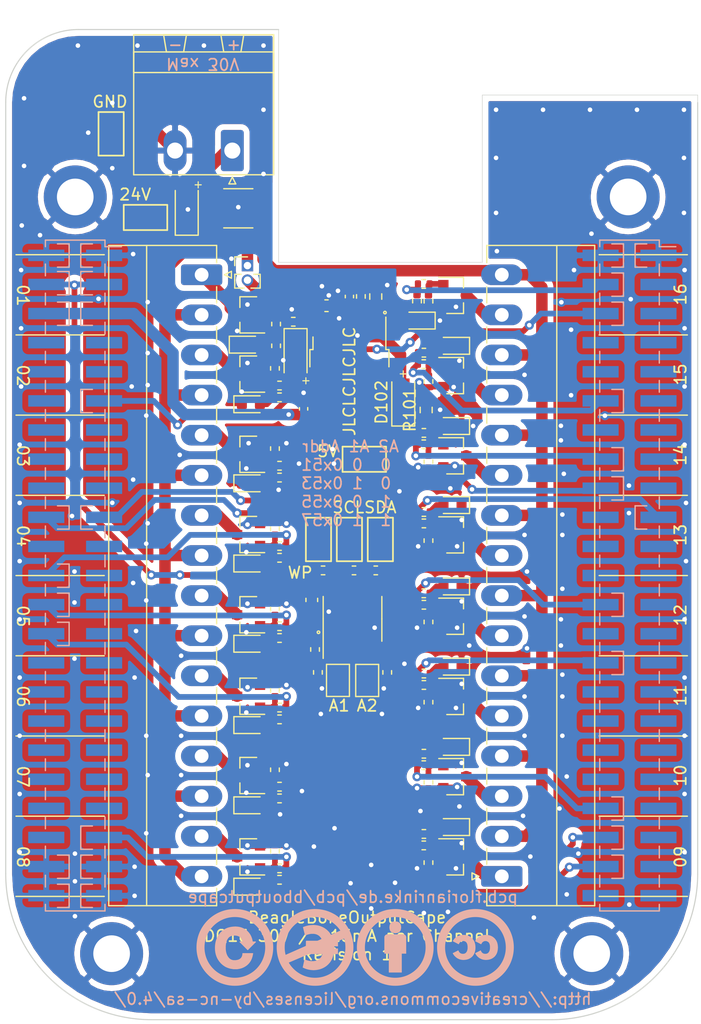
<source format=kicad_pcb>
(kicad_pcb (version 20171130) (host pcbnew 5.1.10)
  (title_block (title BeagleBoneOutputCape) (date 2021-06-13) (rev 1) (company "Florian Rinke") (comment 1 pcb.florianrinke.de/pcb/bboutputcape) (comment 2 "Attribution-NonCommercial-ShareAlike 4.0 International") (comment 3 http://creativecommons.org/licenses/by-nc-sa/4.0/))
  (layers (0 F.Cu signal) (31 B.Cu signal) (34 B.Paste user) (35 F.Paste user) (36 B.SilkS user) (37 F.SilkS user) (38 B.Mask user) (39 F.Mask user) (44 Edge.Cuts user))
  (net 0 "")
  (net 1 +3V3)
  (net 2 GNDD)
  (net 3 /SW1_A1)
  (net 4 /SW1_A2)
  (net 5 /SW1_A0)
  (net 6 /I2C2_SDA)
  (net 7 /I2C2_SCL)
  (net 8 +5V)
  (net 9 +24V)
  (net 10 /Out_CH02)
  (net 11 /Out_CH01)
  (net 12 /Out_CH06)
  (net 13 /Out_CH05)
  (net 14 /Out_CH04)
  (net 15 /Out_CH03)
  (net 16 /Out_CH12)
  (net 17 /Out_CH11)
  (net 18 /Out_CH10)
  (net 19 /Out_CH09)
  (net 20 /Out_CH08)
  (net 21 /Out_CH07)
  (net 22 "Net-(Q201-Pad1)")
  (net 23 "Net-(Q301-Pad1)")
  (net 24 "Net-(Q401-Pad1)")
  (net 25 "Net-(Q501-Pad1)")
  (net 26 "Net-(Q601-Pad1)")
  (net 27 "Net-(Q701-Pad1)")
  (net 28 "Net-(Q801-Pad1)")
  (net 29 "Net-(Q901-Pad1)")
  (net 30 "Net-(Q1001-Pad1)")
  (net 31 "Net-(Q1101-Pad1)")
  (net 32 "Net-(Q1201-Pad1)")
  (net 33 "Net-(Q1301-Pad1)")
  (net 34 /Ctrl_CH01)
  (net 35 /Ctrl_CH02)
  (net 36 /Ctrl_CH03)
  (net 37 /Ctrl_CH04)
  (net 38 /Ctrl_CH05)
  (net 39 /Ctrl_CH06)
  (net 40 /Ctrl_CH07)
  (net 41 /Ctrl_CH09)
  (net 42 /Ctrl_CH10)
  (net 43 /Ctrl_CH12)
  (net 44 /Out_CH16)
  (net 45 /Out_CH15)
  (net 46 /Out_CH14)
  (net 47 /Out_CH13)
  (net 48 "Net-(Q1401-Pad1)")
  (net 49 "Net-(Q1501-Pad1)")
  (net 50 "Net-(Q1601-Pad1)")
  (net 51 "Net-(Q1701-Pad1)")
  (net 52 "Net-(D201-Pad2)")
  (net 53 "Net-(D301-Pad2)")
  (net 54 "Net-(D401-Pad2)")
  (net 55 "Net-(D501-Pad2)")
  (net 56 "Net-(D601-Pad2)")
  (net 57 "Net-(D701-Pad2)")
  (net 58 "Net-(D801-Pad2)")
  (net 59 "Net-(D901-Pad2)")
  (net 60 "Net-(D1001-Pad2)")
  (net 61 "Net-(D1101-Pad2)")
  (net 62 "Net-(D1201-Pad2)")
  (net 63 "Net-(D1301-Pad2)")
  (net 64 "Net-(D1401-Pad2)")
  (net 65 "Net-(D1501-Pad2)")
  (net 66 "Net-(D1601-Pad2)")
  (net 67 "Net-(D1701-Pad2)")
  (net 68 /Ctrl_CH08)
  (net 69 /Ctrl_CH11)
  (net 70 /Ctrl_CH13)
  (net 71 /Ctrl_CH14)
  (net 72 /Ctrl_CH15)
  (net 73 /Ctrl_CH16)
  (net 74 "Net-(C103-Pad1)")
  (net 75 "Net-(D103-Pad2)")
  (net 76 "Net-(D103-Pad1)")
  (net 77 "Net-(C101-Pad1)")
  (net 78 /WP)
  (module _FR:Symbol_CC_SA_Silk (layer B.Cu) (at 96 139.5 180)
    (fp_text reference REF** hide)
    (fp_text value Symbol_CC_SA_Silk hide)
  )
  (module _FR:Symbol_CC_NC_Silk (layer B.Cu) (at 103 139.5 180)
    (fp_text reference REF** hide)
    (fp_text value Symbol_CC_NC_Silk hide)
  )
  (module _FR:Symbol_CC_By_Silk (layer B.Cu) (at 110 139.5 180)
    (fp_text reference REF** hide)
    (fp_text value Symbol_CC_By_Silk hide)
  )
  (module _FR:Symbol_CC_Logo_Silk (layer B.Cu) (at 117 139.5 180)
    (fp_text reference REF** hide)
    (fp_text value Symbol_CC_Logo_Silk hide)
  )
  (module Jumper:SolderJumper-2_P1.3mm_Open_TrianglePad1.0x1.5mm (layer F.Cu) (at 107.55 116.205 90)
    (fp_text reference JP103 hide)
    (fp_text value A2 (at -2.2 0 180) (layer F.SilkS))
    (pad 1 smd custom (at -0.725 0 90) (size 0.3 0.3) (layers F.Cu F.Mask) (net 2 GNDD) (options (clearance outline) (anchor rect)) (primitives (gr_poly (pts (xy -0.5 -0.75) (xy 0.5 -0.75) (xy 1 0) (xy 0.5 0.75) (xy -0.5 0.75)) (width 0))))
    (pad 2 smd custom (at 0.725 0 90) (size 0.3 0.3) (layers F.Cu F.Mask) (net 4 /SW1_A2) (options (clearance outline) (anchor rect)) (primitives (gr_poly (pts (xy -0.65 -0.75) (xy 0.5 -0.75) (xy 0.5 0.75) (xy -0.65 0.75) (xy -0.15 0)) (width 0))))
  )
  (module Jumper:SolderJumper-2_P1.3mm_Open_TrianglePad1.0x1.5mm (layer F.Cu) (at 105 116.2 90)
    (fp_text reference JP102 hide)
    (fp_text value A1 (at -2.2 0.1 180) (layer F.SilkS))
    (pad 1 smd custom (at -0.725 0 90) (size 0.3 0.3) (layers F.Cu F.Mask) (net 2 GNDD) (options (clearance outline) (anchor rect)) (primitives (gr_poly (pts (xy -0.5 -0.75) (xy 0.5 -0.75) (xy 1 0) (xy 0.5 0.75) (xy -0.5 0.75)) (width 0))))
    (pad 2 smd custom (at 0.725 0 90) (size 0.3 0.3) (layers F.Cu F.Mask) (net 3 /SW1_A1) (options (clearance outline) (anchor rect)) (primitives (gr_poly (pts (xy -0.65 -0.75) (xy 0.5 -0.75) (xy 0.5 0.75) (xy -0.65 0.75) (xy -0.15 0)) (width 0))))
  )
  (module TestPoint:TestPoint_Keystone_5015_Micro-Minature (layer F.Cu) (at 85.2 68.5 90)
    (fp_text reference TP106 hide)
    (fp_text value GND hide)
    (pad 1 smd rect (at 0 0 90) (size 3.4 1.8) (layers F.Cu F.Paste F.Mask) (net 2 GNDD))
  )
  (module TestPoint:TestPoint_Keystone_5015_Micro-Minature (layer F.Cu) (at 88.2 75.8)
    (fp_text reference TP105 hide)
    (fp_text value 24V hide)
    (pad 1 smd rect (at 0 0) (size 3.4 1.8) (layers F.Cu F.Paste F.Mask) (net 9 +24V))
  )
  (module TestPoint:TestPoint_Keystone_5015_Micro-Minature (layer F.Cu) (at 107.3 96.9)
    (fp_text reference TP101 hide)
    (fp_text value 5V hide)
    (pad 1 smd rect (at 0 0) (size 3.4 1.8) (layers F.Cu F.Paste F.Mask) (net 8 +5V))
  )
  (module Connector_PinHeader_1.27mm:PinHeader_1x02_P1.27mm_Vertical (layer F.Cu) (at 97.1 80)
    (fp_text reference JP101)
    (fp_text value PWR hide)
    (pad 2 thru_hole oval (at 0 1.27) (size 1 1) (drill 0.65) (layers *.Cu *.Mask) (net 77 "Net-(C101-Pad1)"))
    (pad 1 thru_hole rect (at 0 0) (size 1 1) (drill 0.65) (layers *.Cu *.Mask) (net 9 +24V))
  )
  (module TestPoint:TestPoint_Keystone_5015_Micro-Minature (layer F.Cu) (at 108.7 103.9 270)
    (fp_text reference TP104 hide)
    (fp_text value SDA hide)
    (pad 1 smd rect (at 0 0 270) (size 3.4 1.8) (layers F.Cu F.Paste F.Mask) (net 6 /I2C2_SDA))
  )
  (module TestPoint:TestPoint_Keystone_5015_Micro-Minature (layer F.Cu) (at 106 103.9 270)
    (fp_text reference TP103 hide)
    (fp_text value SCL hide)
    (pad 1 smd rect (at 0 0 270) (size 3.4 1.8) (layers F.Cu F.Paste F.Mask) (net 7 /I2C2_SCL))
  )
  (module TestPoint:TestPoint_Keystone_5015_Micro-Minature (layer F.Cu) (at 103.3 103.9 270)
    (fp_text reference TP102 hide)
    (fp_text value WP hide)
    (pad 1 smd rect (at 0 0 270) (size 3.4 1.8) (layers F.Cu F.Paste F.Mask) (net 78 /WP))
  )
  (module Resistor_SMD:R_0402_1005Metric (layer F.Cu) (at 112.9 83.11 90)
    (fp_text reference R1702)
    (fp_text value 47k hide)
    (pad 2 smd roundrect (at 0.51 0 90) (size 0.54 0.64) (layers F.Cu F.Paste F.Mask) (net 51 "Net-(Q1701-Pad1)"))
    (pad 1 smd roundrect (at -0.51 0 90) (size 0.54 0.64) (layers F.Cu F.Paste F.Mask) (net 2 GNDD))
  )
  (module Fuse:Fuse_1812_4532Metric_Castellated (layer F.Cu) (at 96.3 75 180)
    (fp_text reference F101)
    (fp_text value 750mA hide)
    (pad 2 smd roundrect (at 2.1625 0 180) (size 1.475 3.3) (layers F.Cu F.Paste F.Mask) (roundrect_rratio 0.169492) (net 76 "Net-(D103-Pad1)"))
    (pad 1 smd roundrect (at -2.1625 0 180) (size 1.475 3.3) (layers F.Cu F.Paste F.Mask) (roundrect_rratio 0.169492) (net 9 +24V))
  )
  (module Diode_SMD:D_SOD-123 (layer F.Cu) (at 91.8 75.1 90)
    (fp_text reference D103)
    (fp_text value B5819W hide)
    (pad 2 smd rect (at 1.65 0 90) (size 0.9 1.2) (layers F.Cu F.Paste F.Mask) (net 75 "Net-(D103-Pad2)"))
    (pad 1 smd rect (at -1.65 0 90) (size 0.9 1.2) (layers F.Cu F.Paste F.Mask) (net 76 "Net-(D103-Pad1)"))
  )
  (module Package_TO_SOT_SMD:TO-252-2 (layer F.Cu) (at 106 89.8 270)
    (fp_text reference U101)
    (fp_text value LM317_TO-252 hide)
    (pad 2 smd rect (at 2.1 0 270) (size 6.4 5.8) (layers F.Cu F.Mask) (net 8 +5V))
    (pad 3 smd rect (at -4.2 2.28 270) (size 2.2 1.2) (layers F.Cu F.Paste F.Mask) (net 77 "Net-(C101-Pad1)"))
    (pad 1 smd rect (at -4.2 -2.28 270) (size 2.2 1.2) (layers F.Cu F.Paste F.Mask) (net 74 "Net-(C103-Pad1)"))
  )
  (module Resistor_SMD:R_0603_1608Metric (layer F.Cu) (at 108.3 82.7 90)
    (fp_text reference R103)
    (fp_text value 820 hide)
    (pad 2 smd roundrect (at 0.825 0 90) (size 0.8 0.95) (layers F.Cu F.Paste F.Mask) (net 2 GNDD))
    (pad 1 smd roundrect (at -0.825 0 90) (size 0.8 0.95) (layers F.Cu F.Paste F.Mask) (net 74 "Net-(C103-Pad1)"))
  )
  (module Resistor_SMD:R_0402_1005Metric (layer F.Cu) (at 107 82.69 90)
    (fp_text reference R102)
    (fp_text value 5.6k hide)
    (pad 2 smd roundrect (at 0.51 0 90) (size 0.54 0.64) (layers F.Cu F.Paste F.Mask) (net 2 GNDD))
    (pad 1 smd roundrect (at -0.51 0 90) (size 0.54 0.64) (layers F.Cu F.Paste F.Mask) (net 74 "Net-(C103-Pad1)"))
  )
  (module Resistor_SMD:R_0603_1608Metric (layer F.Cu) (at 112.7 92.6 90)
    (fp_text reference R101 (at 0 -1.43 270) (layer F.SilkS))
    (fp_text value 240)
    (pad 2 smd roundrect (at 0.825 0 90) (size 0.8 0.95) (layers F.Cu F.Paste F.Mask) (net 74 "Net-(C103-Pad1)"))
    (pad 1 smd roundrect (at -0.825 0 90) (size 0.8 0.95) (layers F.Cu F.Paste F.Mask) (net 8 +5V))
  )
  (module Diode_SMD:D_SOD-123F (layer F.Cu) (at 110.7 91.8 90)
    (fp_text reference D102 (at -0.127 -1.905 270) (layer F.SilkS))
    (fp_text value SM4007)
    (pad 2 smd rect (at 1.4 0 90) (size 1.1 1.1) (layers F.Cu F.Paste F.Mask) (net 74 "Net-(C103-Pad1)"))
    (pad 1 smd rect (at -1.4 0 90) (size 1.1 1.1) (layers F.Cu F.Paste F.Mask) (net 8 +5V))
  )
  (module Diode_SMD:D_SOD-123F (layer F.Cu) (at 101.3 87.7 270)
    (fp_text reference D101)
    (fp_text value SM4007 hide)
    (pad 2 smd rect (at 1.4 0 270) (size 1.1 1.1) (layers F.Cu F.Paste F.Mask) (net 8 +5V))
    (pad 1 smd rect (at -1.4 0 270) (size 1.1 1.1) (layers F.Cu F.Paste F.Mask) (net 77 "Net-(C101-Pad1)"))
  )
  (module Capacitor_SMD:C_0402_1005Metric (layer F.Cu) (at 106 82.7 90)
    (fp_text reference C103)
    (fp_text value 10u hide)
    (pad 2 smd roundrect (at 0.48 0 90) (size 0.56 0.62) (layers F.Cu F.Paste F.Mask) (net 2 GNDD))
    (pad 1 smd roundrect (at -0.48 0 90) (size 0.56 0.62) (layers F.Cu F.Paste F.Mask) (net 74 "Net-(C103-Pad1)"))
  )
  (module Capacitor_SMD:C_0402_1005Metric (layer F.Cu) (at 102 92.5 90)
    (fp_text reference C102)
    (fp_text value 10u hide)
    (pad 2 smd roundrect (at 0.48 0 90) (size 0.56 0.62) (layers F.Cu F.Paste F.Mask) (net 2 GNDD))
    (pad 1 smd roundrect (at -0.48 0 90) (size 0.56 0.62) (layers F.Cu F.Paste F.Mask) (net 8 +5V))
  )
  (module Capacitor_SMD:C_0603_1608Metric (layer F.Cu) (at 104 83.5)
    (fp_text reference C101)
    (fp_text value 100n hide)
    (pad 2 smd roundrect (at 0.775 0) (size 0.9 0.95) (layers F.Cu F.Paste F.Mask) (net 2 GNDD))
    (pad 1 smd roundrect (at -0.775 0) (size 0.9 0.95) (layers F.Cu F.Paste F.Mask) (net 77 "Net-(C101-Pad1)"))
  )
  (module Resistor_SMD:R_0402_1005Metric (layer F.Cu) (at 111.9 83.1 270)
    (fp_text reference R1703)
    (fp_text value 5.6k hide)
    (pad 2 smd roundrect (at 0.51 0 270) (size 0.54 0.64) (layers F.Cu F.Paste F.Mask) (net 67 "Net-(D1701-Pad2)"))
    (pad 1 smd roundrect (at -0.51 0 270) (size 0.54 0.64) (layers F.Cu F.Paste F.Mask) (net 73 /Ctrl_CH16))
  )
  (module Resistor_SMD:R_0402_1005Metric (layer F.Cu) (at 112.5 87.6)
    (fp_text reference R1603)
    (fp_text value 5.6k hide)
    (pad 2 smd roundrect (at 0.51 0) (size 0.54 0.64) (layers F.Cu F.Paste F.Mask) (net 66 "Net-(D1601-Pad2)"))
    (pad 1 smd roundrect (at -0.51 0) (size 0.54 0.64) (layers F.Cu F.Paste F.Mask) (net 72 /Ctrl_CH15))
  )
  (module Resistor_SMD:R_0402_1005Metric (layer F.Cu) (at 112.5 94.6)
    (fp_text reference R1503)
    (fp_text value 5.6k hide)
    (pad 2 smd roundrect (at 0.51 0) (size 0.54 0.64) (layers F.Cu F.Paste F.Mask) (net 65 "Net-(D1501-Pad2)"))
    (pad 1 smd roundrect (at -0.51 0) (size 0.54 0.64) (layers F.Cu F.Paste F.Mask) (net 71 /Ctrl_CH14))
  )
  (module Resistor_SMD:R_0402_1005Metric (layer F.Cu) (at 112.5 101.5)
    (fp_text reference R1403)
    (fp_text value 5.6k hide)
    (pad 2 smd roundrect (at 0.51 0) (size 0.54 0.64) (layers F.Cu F.Paste F.Mask) (net 64 "Net-(D1401-Pad2)"))
    (pad 1 smd roundrect (at -0.51 0) (size 0.54 0.64) (layers F.Cu F.Paste F.Mask) (net 70 /Ctrl_CH13))
  )
  (module Resistor_SMD:R_0402_1005Metric (layer F.Cu) (at 112.49 108.6)
    (fp_text reference R1303)
    (fp_text value 5.6k hide)
    (pad 2 smd roundrect (at 0.51 0) (size 0.54 0.64) (layers F.Cu F.Paste F.Mask) (net 63 "Net-(D1301-Pad2)"))
    (pad 1 smd roundrect (at -0.51 0) (size 0.54 0.64) (layers F.Cu F.Paste F.Mask) (net 43 /Ctrl_CH12))
  )
  (module Resistor_SMD:R_0402_1005Metric (layer F.Cu) (at 112.5 115.6)
    (fp_text reference R1203)
    (fp_text value 5.6k hide)
    (pad 2 smd roundrect (at 0.51 0) (size 0.54 0.64) (layers F.Cu F.Paste F.Mask) (net 62 "Net-(D1201-Pad2)"))
    (pad 1 smd roundrect (at -0.51 0) (size 0.54 0.64) (layers F.Cu F.Paste F.Mask) (net 69 /Ctrl_CH11))
  )
  (module Resistor_SMD:R_0402_1005Metric (layer F.Cu) (at 112.5 122.6)
    (fp_text reference R1103)
    (fp_text value 5.6k hide)
    (pad 2 smd roundrect (at 0.51 0) (size 0.54 0.64) (layers F.Cu F.Paste F.Mask) (net 61 "Net-(D1101-Pad2)"))
    (pad 1 smd roundrect (at -0.51 0) (size 0.54 0.64) (layers F.Cu F.Paste F.Mask) (net 42 /Ctrl_CH10))
  )
  (module Resistor_SMD:R_0402_1005Metric (layer F.Cu) (at 112.5 129.6)
    (fp_text reference R1003)
    (fp_text value 5.6k hide)
    (pad 2 smd roundrect (at 0.51 0) (size 0.54 0.64) (layers F.Cu F.Paste F.Mask) (net 60 "Net-(D1001-Pad2)"))
    (pad 1 smd roundrect (at -0.51 0) (size 0.54 0.64) (layers F.Cu F.Paste F.Mask) (net 41 /Ctrl_CH09))
  )
  (module Resistor_SMD:R_0402_1005Metric (layer F.Cu) (at 99.9 133.6 180)
    (fp_text reference R903)
    (fp_text value 5.6k hide)
    (pad 2 smd roundrect (at 0.51 0 180) (size 0.54 0.64) (layers F.Cu F.Paste F.Mask) (net 59 "Net-(D901-Pad2)"))
    (pad 1 smd roundrect (at -0.51 0 180) (size 0.54 0.64) (layers F.Cu F.Paste F.Mask) (net 68 /Ctrl_CH08))
  )
  (module Resistor_SMD:R_0402_1005Metric (layer F.Cu) (at 99.9 126.5 180)
    (fp_text reference R803)
    (fp_text value 5.6k hide)
    (pad 2 smd roundrect (at 0.51 0 180) (size 0.54 0.64) (layers F.Cu F.Paste F.Mask) (net 58 "Net-(D801-Pad2)"))
    (pad 1 smd roundrect (at -0.51 0 180) (size 0.54 0.64) (layers F.Cu F.Paste F.Mask) (net 40 /Ctrl_CH07))
  )
  (module Resistor_SMD:R_0402_1005Metric (layer F.Cu) (at 99.9 119.6 180)
    (fp_text reference R703)
    (fp_text value 5.6k hide)
    (pad 2 smd roundrect (at 0.51 0 180) (size 0.54 0.64) (layers F.Cu F.Paste F.Mask) (net 57 "Net-(D701-Pad2)"))
    (pad 1 smd roundrect (at -0.51 0 180) (size 0.54 0.64) (layers F.Cu F.Paste F.Mask) (net 39 /Ctrl_CH06))
  )
  (module Resistor_SMD:R_0402_1005Metric (layer F.Cu) (at 99.9 112.5 180)
    (fp_text reference R603)
    (fp_text value 5.6k hide)
    (pad 2 smd roundrect (at 0.51 0 180) (size 0.54 0.64) (layers F.Cu F.Paste F.Mask) (net 56 "Net-(D601-Pad2)"))
    (pad 1 smd roundrect (at -0.51 0 180) (size 0.54 0.64) (layers F.Cu F.Paste F.Mask) (net 38 /Ctrl_CH05))
  )
  (module Resistor_SMD:R_0402_1005Metric (layer F.Cu) (at 99.9 105.5 180)
    (fp_text reference R503)
    (fp_text value 5.6k hide)
    (pad 2 smd roundrect (at 0.51 0 180) (size 0.54 0.64) (layers F.Cu F.Paste F.Mask) (net 55 "Net-(D501-Pad2)"))
    (pad 1 smd roundrect (at -0.51 0 180) (size 0.54 0.64) (layers F.Cu F.Paste F.Mask) (net 37 /Ctrl_CH04))
  )
  (module Resistor_SMD:R_0402_1005Metric (layer F.Cu) (at 99.9 98.5 180)
    (fp_text reference R403)
    (fp_text value 5.6k hide)
    (pad 2 smd roundrect (at 0.51 0 180) (size 0.54 0.64) (layers F.Cu F.Paste F.Mask) (net 54 "Net-(D401-Pad2)"))
    (pad 1 smd roundrect (at -0.51 0 180) (size 0.54 0.64) (layers F.Cu F.Paste F.Mask) (net 36 /Ctrl_CH03))
  )
  (module Resistor_SMD:R_0402_1005Metric (layer F.Cu) (at 99.9 91.5 180)
    (fp_text reference R303)
    (fp_text value 5.6k hide)
    (pad 2 smd roundrect (at 0.51 0 180) (size 0.54 0.64) (layers F.Cu F.Paste F.Mask) (net 53 "Net-(D301-Pad2)"))
    (pad 1 smd roundrect (at -0.51 0 180) (size 0.54 0.64) (layers F.Cu F.Paste F.Mask) (net 35 /Ctrl_CH02))
  )
  (module Resistor_SMD:R_0402_1005Metric (layer F.Cu) (at 99.6 87 270)
    (fp_text reference R203)
    (fp_text value 5.6k hide)
    (pad 2 smd roundrect (at 0.51 0 270) (size 0.54 0.64) (layers F.Cu F.Paste F.Mask) (net 52 "Net-(D201-Pad2)"))
    (pad 1 smd roundrect (at -0.51 0 270) (size 0.54 0.64) (layers F.Cu F.Paste F.Mask) (net 34 /Ctrl_CH01))
  )
  (module LED_SMD:LED_0603_1608Metric (layer F.Cu) (at 112 84.8 180)
    (fp_text reference D1701)
    (fp_text value LED hide)
    (pad 2 smd roundrect (at 0.7875 0 180) (size 0.875 0.95) (layers F.Cu F.Paste F.Mask) (net 67 "Net-(D1701-Pad2)"))
    (pad 1 smd roundrect (at -0.7875 0 180) (size 0.875 0.95) (layers F.Cu F.Paste F.Mask) (net 2 GNDD))
  )
  (module LED_SMD:LED_0603_1608Metric (layer F.Cu) (at 115 87 180)
    (fp_text reference D1601)
    (fp_text value LED hide)
    (pad 2 smd roundrect (at 0.7875 0 180) (size 0.875 0.95) (layers F.Cu F.Paste F.Mask) (net 66 "Net-(D1601-Pad2)"))
    (pad 1 smd roundrect (at -0.7875 0 180) (size 0.875 0.95) (layers F.Cu F.Paste F.Mask) (net 2 GNDD))
  )
  (module LED_SMD:LED_0603_1608Metric (layer F.Cu) (at 115 94 180)
    (fp_text reference D1501)
    (fp_text value LED hide)
    (pad 2 smd roundrect (at 0.7875 0 180) (size 0.875 0.95) (layers F.Cu F.Paste F.Mask) (net 65 "Net-(D1501-Pad2)"))
    (pad 1 smd roundrect (at -0.7875 0 180) (size 0.875 0.95) (layers F.Cu F.Paste F.Mask) (net 2 GNDD))
  )
  (module LED_SMD:LED_0603_1608Metric (layer F.Cu) (at 115 100.9 180)
    (fp_text reference D1401)
    (fp_text value LED hide)
    (pad 2 smd roundrect (at 0.7875 0 180) (size 0.875 0.95) (layers F.Cu F.Paste F.Mask) (net 64 "Net-(D1401-Pad2)"))
    (pad 1 smd roundrect (at -0.7875 0 180) (size 0.875 0.95) (layers F.Cu F.Paste F.Mask) (net 2 GNDD))
  )
  (module LED_SMD:LED_0603_1608Metric (layer F.Cu) (at 115 108 180)
    (fp_text reference D1301)
    (fp_text value LED hide)
    (pad 2 smd roundrect (at 0.7875 0 180) (size 0.875 0.95) (layers F.Cu F.Paste F.Mask) (net 63 "Net-(D1301-Pad2)"))
    (pad 1 smd roundrect (at -0.7875 0 180) (size 0.875 0.95) (layers F.Cu F.Paste F.Mask) (net 2 GNDD))
  )
  (module LED_SMD:LED_0603_1608Metric (layer F.Cu) (at 115 115 180)
    (fp_text reference D1201)
    (fp_text value LED hide)
    (pad 2 smd roundrect (at 0.7875 0 180) (size 0.875 0.95) (layers F.Cu F.Paste F.Mask) (net 62 "Net-(D1201-Pad2)"))
    (pad 1 smd roundrect (at -0.7875 0 180) (size 0.875 0.95) (layers F.Cu F.Paste F.Mask) (net 2 GNDD))
  )
  (module LED_SMD:LED_0603_1608Metric (layer F.Cu) (at 115 122 180)
    (fp_text reference D1101)
    (fp_text value LED hide)
    (pad 2 smd roundrect (at 0.7875 0 180) (size 0.875 0.95) (layers F.Cu F.Paste F.Mask) (net 61 "Net-(D1101-Pad2)"))
    (pad 1 smd roundrect (at -0.7875 0 180) (size 0.875 0.95) (layers F.Cu F.Paste F.Mask) (net 2 GNDD))
  )
  (module LED_SMD:LED_0603_1608Metric (layer F.Cu) (at 115 129 180)
    (fp_text reference D1001)
    (fp_text value LED hide)
    (pad 2 smd roundrect (at 0.7875 0 180) (size 0.875 0.95) (layers F.Cu F.Paste F.Mask) (net 60 "Net-(D1001-Pad2)"))
    (pad 1 smd roundrect (at -0.7875 0 180) (size 0.875 0.95) (layers F.Cu F.Paste F.Mask) (net 2 GNDD))
  )
  (module LED_SMD:LED_0603_1608Metric (layer F.Cu) (at 97.4 134.2)
    (fp_text reference D901)
    (fp_text value LED hide)
    (pad 2 smd roundrect (at 0.7875 0) (size 0.875 0.95) (layers F.Cu F.Paste F.Mask) (net 59 "Net-(D901-Pad2)"))
    (pad 1 smd roundrect (at -0.7875 0) (size 0.875 0.95) (layers F.Cu F.Paste F.Mask) (net 2 GNDD))
  )
  (module LED_SMD:LED_0603_1608Metric (layer F.Cu) (at 97.4 127.1)
    (fp_text reference D801)
    (fp_text value LED hide)
    (pad 2 smd roundrect (at 0.7875 0) (size 0.875 0.95) (layers F.Cu F.Paste F.Mask) (net 58 "Net-(D801-Pad2)"))
    (pad 1 smd roundrect (at -0.7875 0) (size 0.875 0.95) (layers F.Cu F.Paste F.Mask) (net 2 GNDD))
  )
  (module LED_SMD:LED_0603_1608Metric (layer F.Cu) (at 97.4 120.1)
    (fp_text reference D701)
    (fp_text value LED hide)
    (pad 2 smd roundrect (at 0.7875 0) (size 0.875 0.95) (layers F.Cu F.Paste F.Mask) (net 57 "Net-(D701-Pad2)"))
    (pad 1 smd roundrect (at -0.7875 0) (size 0.875 0.95) (layers F.Cu F.Paste F.Mask) (net 2 GNDD))
  )
  (module LED_SMD:LED_0603_1608Metric (layer F.Cu) (at 97.4 113)
    (fp_text reference D601)
    (fp_text value LED hide)
    (pad 2 smd roundrect (at 0.7875 0) (size 0.875 0.95) (layers F.Cu F.Paste F.Mask) (net 56 "Net-(D601-Pad2)"))
    (pad 1 smd roundrect (at -0.7875 0) (size 0.875 0.95) (layers F.Cu F.Paste F.Mask) (net 2 GNDD))
  )
  (module LED_SMD:LED_0603_1608Metric (layer F.Cu) (at 97.4 106)
    (fp_text reference D501)
    (fp_text value LED hide)
    (pad 2 smd roundrect (at 0.7875 0) (size 0.875 0.95) (layers F.Cu F.Paste F.Mask) (net 55 "Net-(D501-Pad2)"))
    (pad 1 smd roundrect (at -0.7875 0) (size 0.875 0.95) (layers F.Cu F.Paste F.Mask) (net 2 GNDD))
  )
  (module LED_SMD:LED_0603_1608Metric (layer F.Cu) (at 97.4 99)
    (fp_text reference D401)
    (fp_text value LED hide)
    (pad 2 smd roundrect (at 0.7875 0) (size 0.875 0.95) (layers F.Cu F.Paste F.Mask) (net 54 "Net-(D401-Pad2)"))
    (pad 1 smd roundrect (at -0.7875 0) (size 0.875 0.95) (layers F.Cu F.Paste F.Mask) (net 2 GNDD))
  )
  (module LED_SMD:LED_0603_1608Metric (layer F.Cu) (at 97.4 92.1)
    (fp_text reference D301)
    (fp_text value LED hide)
    (pad 2 smd roundrect (at 0.7875 0) (size 0.875 0.95) (layers F.Cu F.Paste F.Mask) (net 53 "Net-(D301-Pad2)"))
    (pad 1 smd roundrect (at -0.7875 0) (size 0.875 0.95) (layers F.Cu F.Paste F.Mask) (net 2 GNDD))
  )
  (module LED_SMD:LED_0603_1608Metric (layer F.Cu) (at 97 86.9)
    (fp_text reference D201)
    (fp_text value LED hide)
    (pad 2 smd roundrect (at 0.7875 0) (size 0.875 0.95) (layers F.Cu F.Paste F.Mask) (net 52 "Net-(D201-Pad2)"))
    (pad 1 smd roundrect (at -0.7875 0) (size 0.875 0.95) (layers F.Cu F.Paste F.Mask) (net 2 GNDD))
  )
  (module Connector_PinHeader_2.54mm:PinHeader_2x23_P2.54mm_Vertical_SMD (layer B.Cu) (at 130.45 107.047 180)
    (fp_text reference U104)
    (fp_text value BBB_P8 hide)
    (pad 46 smd rect (at 2.525 -27.94 180) (size 3.15 1) (layers B.Cu B.Paste B.Mask))
    (pad 45 smd rect (at -2.525 -27.94 180) (size 3.15 1) (layers B.Cu B.Paste B.Mask))
    (pad 44 smd rect (at 2.525 -25.4 180) (size 3.15 1) (layers B.Cu B.Paste B.Mask) (net 40 /Ctrl_CH07))
    (pad 43 smd rect (at -2.525 -25.4 180) (size 3.15 1) (layers B.Cu B.Paste B.Mask))
    (pad 42 smd rect (at 2.525 -22.86 180) (size 3.15 1) (layers B.Cu B.Paste B.Mask) (net 41 /Ctrl_CH09))
    (pad 41 smd rect (at -2.525 -22.86 180) (size 3.15 1) (layers B.Cu B.Paste B.Mask))
    (pad 40 smd rect (at 2.525 -20.32 180) (size 3.15 1) (layers B.Cu B.Paste B.Mask) (net 42 /Ctrl_CH10))
    (pad 39 smd rect (at -2.525 -20.32 180) (size 3.15 1) (layers B.Cu B.Paste B.Mask))
    (pad 38 smd rect (at 2.525 -17.78 180) (size 3.15 1) (layers B.Cu B.Paste B.Mask))
    (pad 37 smd rect (at -2.525 -17.78 180) (size 3.15 1) (layers B.Cu B.Paste B.Mask))
    (pad 36 smd rect (at 2.525 -15.24 180) (size 3.15 1) (layers B.Cu B.Paste B.Mask))
    (pad 35 smd rect (at -2.525 -15.24 180) (size 3.15 1) (layers B.Cu B.Paste B.Mask))
    (pad 34 smd rect (at 2.525 -12.7 180) (size 3.15 1) (layers B.Cu B.Paste B.Mask))
    (pad 33 smd rect (at -2.525 -12.7 180) (size 3.15 1) (layers B.Cu B.Paste B.Mask))
    (pad 32 smd rect (at 2.525 -10.16 180) (size 3.15 1) (layers B.Cu B.Paste B.Mask))
    (pad 31 smd rect (at -2.525 -10.16 180) (size 3.15 1) (layers B.Cu B.Paste B.Mask))
    (pad 30 smd rect (at 2.525 -7.62 180) (size 3.15 1) (layers B.Cu B.Paste B.Mask) (net 69 /Ctrl_CH11))
    (pad 29 smd rect (at -2.525 -7.62 180) (size 3.15 1) (layers B.Cu B.Paste B.Mask))
    (pad 28 smd rect (at 2.525 -5.08 180) (size 3.15 1) (layers B.Cu B.Paste B.Mask))
    (pad 27 smd rect (at -2.525 -5.08 180) (size 3.15 1) (layers B.Cu B.Paste B.Mask))
    (pad 26 smd rect (at 2.525 -2.54 180) (size 3.15 1) (layers B.Cu B.Paste B.Mask) (net 43 /Ctrl_CH12))
    (pad 25 smd rect (at -2.525 -2.54 180) (size 3.15 1) (layers B.Cu B.Paste B.Mask))
    (pad 24 smd rect (at 2.525 0 180) (size 3.15 1) (layers B.Cu B.Paste B.Mask))
    (pad 23 smd rect (at -2.525 0 180) (size 3.15 1) (layers B.Cu B.Paste B.Mask))
    (pad 22 smd rect (at 2.525 2.54 180) (size 3.15 1) (layers B.Cu B.Paste B.Mask))
    (pad 21 smd rect (at -2.525 2.54 180) (size 3.15 1) (layers B.Cu B.Paste B.Mask))
    (pad 20 smd rect (at 2.525 5.08 180) (size 3.15 1) (layers B.Cu B.Paste B.Mask))
    (pad 19 smd rect (at -2.525 5.08 180) (size 3.15 1) (layers B.Cu B.Paste B.Mask) (net 70 /Ctrl_CH13))
    (pad 18 smd rect (at 2.525 7.62 180) (size 3.15 1) (layers B.Cu B.Paste B.Mask) (net 36 /Ctrl_CH03))
    (pad 17 smd rect (at -2.525 7.62 180) (size 3.15 1) (layers B.Cu B.Paste B.Mask))
    (pad 16 smd rect (at 2.525 10.16 180) (size 3.15 1) (layers B.Cu B.Paste B.Mask) (net 71 /Ctrl_CH14))
    (pad 15 smd rect (at -2.525 10.16 180) (size 3.15 1) (layers B.Cu B.Paste B.Mask))
    (pad 14 smd rect (at 2.525 12.7 180) (size 3.15 1) (layers B.Cu B.Paste B.Mask))
    (pad 13 smd rect (at -2.525 12.7 180) (size 3.15 1) (layers B.Cu B.Paste B.Mask))
    (pad 12 smd rect (at 2.525 15.24 180) (size 3.15 1) (layers B.Cu B.Paste B.Mask) (net 72 /Ctrl_CH15))
    (pad 11 smd rect (at -2.525 15.24 180) (size 3.15 1) (layers B.Cu B.Paste B.Mask))
    (pad 10 smd rect (at 2.525 17.78 180) (size 3.15 1) (layers B.Cu B.Paste B.Mask))
    (pad 9 smd rect (at -2.525 17.78 180) (size 3.15 1) (layers B.Cu B.Paste B.Mask))
    (pad 8 smd rect (at 2.525 20.32 180) (size 3.15 1) (layers B.Cu B.Paste B.Mask))
    (pad 7 smd rect (at -2.525 20.32 180) (size 3.15 1) (layers B.Cu B.Paste B.Mask))
    (pad 6 smd rect (at 2.525 22.86 180) (size 3.15 1) (layers B.Cu B.Paste B.Mask) (net 34 /Ctrl_CH01))
    (pad 5 smd rect (at -2.525 22.86 180) (size 3.15 1) (layers B.Cu B.Paste B.Mask))
    (pad 4 smd rect (at 2.525 25.4 180) (size 3.15 1) (layers B.Cu B.Paste B.Mask) (net 73 /Ctrl_CH16))
    (pad 3 smd rect (at -2.525 25.4 180) (size 3.15 1) (layers B.Cu B.Paste B.Mask))
    (pad 2 smd rect (at 2.525 27.94 180) (size 3.15 1) (layers B.Cu B.Paste B.Mask) (net 2 GNDD))
    (pad 1 smd rect (at -2.525 27.94 180) (size 3.15 1) (layers B.Cu B.Paste B.Mask) (net 2 GNDD))
  )
  (module Connector_Phoenix_MC:PhoenixContact_MC_1,5_16-G-3.5_1x16_P3.50mm_Horizontal (layer F.Cu) (at 119.3 133.3 90)
    (fp_text reference J102)
    (fp_text value Conn_01x16_Female)
    (pad 16 thru_hole oval (at 52.5 0 90) (size 1.8 3.6) (drill 1.2) (layers *.Cu *.Mask) (net 9 +24V))
    (pad 15 thru_hole oval (at 49 0 90) (size 1.8 3.6) (drill 1.2) (layers *.Cu *.Mask) (net 44 /Out_CH16))
    (pad 14 thru_hole oval (at 45.5 0 90) (size 1.8 3.6) (drill 1.2) (layers *.Cu *.Mask) (net 9 +24V))
    (pad 13 thru_hole oval (at 42 0 90) (size 1.8 3.6) (drill 1.2) (layers *.Cu *.Mask) (net 45 /Out_CH15))
    (pad 12 thru_hole oval (at 38.5 0 90) (size 1.8 3.6) (drill 1.2) (layers *.Cu *.Mask) (net 9 +24V))
    (pad 11 thru_hole oval (at 35 0 90) (size 1.8 3.6) (drill 1.2) (layers *.Cu *.Mask) (net 46 /Out_CH14))
    (pad 10 thru_hole oval (at 31.5 0 90) (size 1.8 3.6) (drill 1.2) (layers *.Cu *.Mask) (net 9 +24V))
    (pad 9 thru_hole oval (at 28 0 90) (size 1.8 3.6) (drill 1.2) (layers *.Cu *.Mask) (net 47 /Out_CH13))
    (pad 8 thru_hole oval (at 24.5 0 90) (size 1.8 3.6) (drill 1.2) (layers *.Cu *.Mask) (net 9 +24V))
    (pad 7 thru_hole oval (at 21 0 90) (size 1.8 3.6) (drill 1.2) (layers *.Cu *.Mask) (net 16 /Out_CH12))
    (pad 6 thru_hole oval (at 17.5 0 90) (size 1.8 3.6) (drill 1.2) (layers *.Cu *.Mask) (net 9 +24V))
    (pad 5 thru_hole oval (at 14 0 90) (size 1.8 3.6) (drill 1.2) (layers *.Cu *.Mask) (net 17 /Out_CH11))
    (pad 4 thru_hole oval (at 10.5 0 90) (size 1.8 3.6) (drill 1.2) (layers *.Cu *.Mask) (net 9 +24V))
    (pad 3 thru_hole oval (at 7 0 90) (size 1.8 3.6) (drill 1.2) (layers *.Cu *.Mask) (net 18 /Out_CH10))
    (pad 2 thru_hole oval (at 3.5 0 90) (size 1.8 3.6) (drill 1.2) (layers *.Cu *.Mask) (net 9 +24V))
    (pad 1 thru_hole roundrect (at 0 0 90) (size 1.8 3.6) (drill 1.2) (layers *.Cu *.Mask) (roundrect_rratio 0.1388888888888889) (net 19 /Out_CH09))
  )
  (module Connector_Phoenix_MC:PhoenixContact_MC_1,5_16-G-3.5_1x16_P3.50mm_Horizontal (layer F.Cu) (at 93.1 80.8 270)
    (fp_text reference J101)
    (fp_text value Conn_01x16_Female)
    (pad 16 thru_hole oval (at 52.5 0 270) (size 1.8 3.6) (drill 1.2) (layers *.Cu *.Mask) (net 9 +24V))
    (pad 15 thru_hole oval (at 49 0 270) (size 1.8 3.6) (drill 1.2) (layers *.Cu *.Mask) (net 20 /Out_CH08))
    (pad 14 thru_hole oval (at 45.5 0 270) (size 1.8 3.6) (drill 1.2) (layers *.Cu *.Mask) (net 9 +24V))
    (pad 13 thru_hole oval (at 42 0 270) (size 1.8 3.6) (drill 1.2) (layers *.Cu *.Mask) (net 21 /Out_CH07))
    (pad 12 thru_hole oval (at 38.5 0 270) (size 1.8 3.6) (drill 1.2) (layers *.Cu *.Mask) (net 9 +24V))
    (pad 11 thru_hole oval (at 35 0 270) (size 1.8 3.6) (drill 1.2) (layers *.Cu *.Mask) (net 12 /Out_CH06))
    (pad 10 thru_hole oval (at 31.5 0 270) (size 1.8 3.6) (drill 1.2) (layers *.Cu *.Mask) (net 9 +24V))
    (pad 9 thru_hole oval (at 28 0 270) (size 1.8 3.6) (drill 1.2) (layers *.Cu *.Mask) (net 13 /Out_CH05))
    (pad 8 thru_hole oval (at 24.5 0 270) (size 1.8 3.6) (drill 1.2) (layers *.Cu *.Mask) (net 9 +24V))
    (pad 7 thru_hole oval (at 21 0 270) (size 1.8 3.6) (drill 1.2) (layers *.Cu *.Mask) (net 14 /Out_CH04))
    (pad 6 thru_hole oval (at 17.5 0 270) (size 1.8 3.6) (drill 1.2) (layers *.Cu *.Mask) (net 9 +24V))
    (pad 5 thru_hole oval (at 14 0 270) (size 1.8 3.6) (drill 1.2) (layers *.Cu *.Mask) (net 15 /Out_CH03))
    (pad 4 thru_hole oval (at 10.5 0 270) (size 1.8 3.6) (drill 1.2) (layers *.Cu *.Mask) (net 9 +24V))
    (pad 3 thru_hole oval (at 7 0 270) (size 1.8 3.6) (drill 1.2) (layers *.Cu *.Mask) (net 10 /Out_CH02))
    (pad 2 thru_hole oval (at 3.5 0 270) (size 1.8 3.6) (drill 1.2) (layers *.Cu *.Mask) (net 9 +24V))
    (pad 1 thru_hole roundrect (at 0 0 270) (size 1.8 3.6) (drill 1.2) (layers *.Cu *.Mask) (roundrect_rratio 0.1388888888888889) (net 11 /Out_CH01))
  )
  (module Resistor_SMD:R_0402_1005Metric (layer F.Cu) (at 112.49 81.6)
    (fp_text reference R1701)
    (fp_text value 120 hide)
    (pad 2 smd roundrect (at 0.51 0) (size 0.54 0.64) (layers F.Cu F.Paste F.Mask) (net 51 "Net-(Q1701-Pad1)"))
    (pad 1 smd roundrect (at -0.51 0) (size 0.54 0.64) (layers F.Cu F.Paste F.Mask) (net 73 /Ctrl_CH16))
  )
  (module Resistor_SMD:R_0402_1005Metric (layer F.Cu) (at 112.9 90.11 90)
    (fp_text reference R1602)
    (fp_text value 47k hide)
    (pad 2 smd roundrect (at 0.51 0 90) (size 0.54 0.64) (layers F.Cu F.Paste F.Mask) (net 50 "Net-(Q1601-Pad1)"))
    (pad 1 smd roundrect (at -0.51 0 90) (size 0.54 0.64) (layers F.Cu F.Paste F.Mask) (net 2 GNDD))
  )
  (module Resistor_SMD:R_0402_1005Metric (layer F.Cu) (at 112.49 88.6)
    (fp_text reference R1601)
    (fp_text value 120 hide)
    (pad 2 smd roundrect (at 0.51 0) (size 0.54 0.64) (layers F.Cu F.Paste F.Mask) (net 50 "Net-(Q1601-Pad1)"))
    (pad 1 smd roundrect (at -0.51 0) (size 0.54 0.64) (layers F.Cu F.Paste F.Mask) (net 72 /Ctrl_CH15))
  )
  (module Resistor_SMD:R_0402_1005Metric (layer F.Cu) (at 112.9 97.11 90)
    (fp_text reference R1502)
    (fp_text value 47k hide)
    (pad 2 smd roundrect (at 0.51 0 90) (size 0.54 0.64) (layers F.Cu F.Paste F.Mask) (net 49 "Net-(Q1501-Pad1)"))
    (pad 1 smd roundrect (at -0.51 0 90) (size 0.54 0.64) (layers F.Cu F.Paste F.Mask) (net 2 GNDD))
  )
  (module Resistor_SMD:R_0402_1005Metric (layer F.Cu) (at 112.49 95.6)
    (fp_text reference R1501)
    (fp_text value 120 hide)
    (pad 2 smd roundrect (at 0.51 0) (size 0.54 0.64) (layers F.Cu F.Paste F.Mask) (net 49 "Net-(Q1501-Pad1)"))
    (pad 1 smd roundrect (at -0.51 0) (size 0.54 0.64) (layers F.Cu F.Paste F.Mask) (net 71 /Ctrl_CH14))
  )
  (module Resistor_SMD:R_0402_1005Metric (layer F.Cu) (at 112.9 104 90)
    (fp_text reference R1402)
    (fp_text value 47k hide)
    (pad 2 smd roundrect (at 0.51 0 90) (size 0.54 0.64) (layers F.Cu F.Paste F.Mask) (net 48 "Net-(Q1401-Pad1)"))
    (pad 1 smd roundrect (at -0.51 0 90) (size 0.54 0.64) (layers F.Cu F.Paste F.Mask) (net 2 GNDD))
  )
  (module Resistor_SMD:R_0402_1005Metric (layer F.Cu) (at 112.5 102.5)
    (fp_text reference R1401)
    (fp_text value 120 hide)
    (pad 2 smd roundrect (at 0.51 0) (size 0.54 0.64) (layers F.Cu F.Paste F.Mask) (net 48 "Net-(Q1401-Pad1)"))
    (pad 1 smd roundrect (at -0.51 0) (size 0.54 0.64) (layers F.Cu F.Paste F.Mask) (net 70 /Ctrl_CH13))
  )
  (module Package_TO_SOT_SMD:SOT-23 (layer F.Cu) (at 115.2 82.6)
    (fp_text reference Q1701)
    (fp_text value 2N7002 hide)
    (pad 3 smd rect (at 1 0) (size 0.9 0.8) (layers F.Cu F.Paste F.Mask) (net 44 /Out_CH16))
    (pad 2 smd rect (at -1 0.95) (size 0.9 0.8) (layers F.Cu F.Paste F.Mask) (net 2 GNDD))
    (pad 1 smd rect (at -1 -0.95) (size 0.9 0.8) (layers F.Cu F.Paste F.Mask) (net 51 "Net-(Q1701-Pad1)"))
  )
  (module Package_TO_SOT_SMD:SOT-23 (layer F.Cu) (at 115.2 89.6)
    (fp_text reference Q1601)
    (fp_text value 2N7002 hide)
    (pad 3 smd rect (at 1 0) (size 0.9 0.8) (layers F.Cu F.Paste F.Mask) (net 45 /Out_CH15))
    (pad 2 smd rect (at -1 0.95) (size 0.9 0.8) (layers F.Cu F.Paste F.Mask) (net 2 GNDD))
    (pad 1 smd rect (at -1 -0.95) (size 0.9 0.8) (layers F.Cu F.Paste F.Mask) (net 50 "Net-(Q1601-Pad1)"))
  )
  (module Package_TO_SOT_SMD:SOT-23 (layer F.Cu) (at 115.2 96.6)
    (fp_text reference Q1501)
    (fp_text value 2N7002 hide)
    (pad 3 smd rect (at 1 0) (size 0.9 0.8) (layers F.Cu F.Paste F.Mask) (net 46 /Out_CH14))
    (pad 2 smd rect (at -1 0.95) (size 0.9 0.8) (layers F.Cu F.Paste F.Mask) (net 2 GNDD))
    (pad 1 smd rect (at -1 -0.95) (size 0.9 0.8) (layers F.Cu F.Paste F.Mask) (net 49 "Net-(Q1501-Pad1)"))
  )
  (module Package_TO_SOT_SMD:SOT-23 (layer F.Cu) (at 115.2 103.5)
    (fp_text reference Q1401)
    (fp_text value 2N7002 hide)
    (pad 3 smd rect (at 1 0) (size 0.9 0.8) (layers F.Cu F.Paste F.Mask) (net 47 /Out_CH13))
    (pad 2 smd rect (at -1 0.95) (size 0.9 0.8) (layers F.Cu F.Paste F.Mask) (net 2 GNDD))
    (pad 1 smd rect (at -1 -0.95) (size 0.9 0.8) (layers F.Cu F.Paste F.Mask) (net 48 "Net-(Q1401-Pad1)"))
  )
  (module Resistor_SMD:R_0402_1005Metric (layer F.Cu) (at 112.9 111.1 90)
    (fp_text reference R1302)
    (fp_text value 47k hide)
    (pad 2 smd roundrect (at 0.51 0 90) (size 0.54 0.64) (layers F.Cu F.Paste F.Mask) (net 33 "Net-(Q1301-Pad1)"))
    (pad 1 smd roundrect (at -0.51 0 90) (size 0.54 0.64) (layers F.Cu F.Paste F.Mask) (net 2 GNDD))
  )
  (module Resistor_SMD:R_0402_1005Metric (layer F.Cu) (at 112.5 109.6)
    (fp_text reference R1301)
    (fp_text value 120 hide)
    (pad 2 smd roundrect (at 0.51 0) (size 0.54 0.64) (layers F.Cu F.Paste F.Mask) (net 33 "Net-(Q1301-Pad1)"))
    (pad 1 smd roundrect (at -0.51 0) (size 0.54 0.64) (layers F.Cu F.Paste F.Mask) (net 43 /Ctrl_CH12))
  )
  (module Resistor_SMD:R_0402_1005Metric (layer F.Cu) (at 112.9 118.1 90)
    (fp_text reference R1202)
    (fp_text value 47k hide)
    (pad 2 smd roundrect (at 0.51 0 90) (size 0.54 0.64) (layers F.Cu F.Paste F.Mask) (net 32 "Net-(Q1201-Pad1)"))
    (pad 1 smd roundrect (at -0.51 0 90) (size 0.54 0.64) (layers F.Cu F.Paste F.Mask) (net 2 GNDD))
  )
  (module Resistor_SMD:R_0402_1005Metric (layer F.Cu) (at 112.5 116.6)
    (fp_text reference R1201)
    (fp_text value 120 hide)
    (pad 2 smd roundrect (at 0.51 0) (size 0.54 0.64) (layers F.Cu F.Paste F.Mask) (net 32 "Net-(Q1201-Pad1)"))
    (pad 1 smd roundrect (at -0.51 0) (size 0.54 0.64) (layers F.Cu F.Paste F.Mask) (net 69 /Ctrl_CH11))
  )
  (module Resistor_SMD:R_0402_1005Metric (layer F.Cu) (at 112.9 125.1 90)
    (fp_text reference R1102)
    (fp_text value 47k hide)
    (pad 2 smd roundrect (at 0.51 0 90) (size 0.54 0.64) (layers F.Cu F.Paste F.Mask) (net 31 "Net-(Q1101-Pad1)"))
    (pad 1 smd roundrect (at -0.51 0 90) (size 0.54 0.64) (layers F.Cu F.Paste F.Mask) (net 2 GNDD))
  )
  (module Resistor_SMD:R_0402_1005Metric (layer F.Cu) (at 112.49 123.6)
    (fp_text reference R1101)
    (fp_text value 120 hide)
    (pad 2 smd roundrect (at 0.51 0) (size 0.54 0.64) (layers F.Cu F.Paste F.Mask) (net 31 "Net-(Q1101-Pad1)"))
    (pad 1 smd roundrect (at -0.51 0) (size 0.54 0.64) (layers F.Cu F.Paste F.Mask) (net 42 /Ctrl_CH10))
  )
  (module Resistor_SMD:R_0402_1005Metric (layer F.Cu) (at 112.9 132.1 90)
    (fp_text reference R1002)
    (fp_text value 47k hide)
    (pad 2 smd roundrect (at 0.51 0 90) (size 0.54 0.64) (layers F.Cu F.Paste F.Mask) (net 30 "Net-(Q1001-Pad1)"))
    (pad 1 smd roundrect (at -0.51 0 90) (size 0.54 0.64) (layers F.Cu F.Paste F.Mask) (net 2 GNDD))
  )
  (module Resistor_SMD:R_0402_1005Metric (layer F.Cu) (at 112.49 130.6)
    (fp_text reference R1001)
    (fp_text value 120 hide)
    (pad 2 smd roundrect (at 0.51 0) (size 0.54 0.64) (layers F.Cu F.Paste F.Mask) (net 30 "Net-(Q1001-Pad1)"))
    (pad 1 smd roundrect (at -0.51 0) (size 0.54 0.64) (layers F.Cu F.Paste F.Mask) (net 41 /Ctrl_CH09))
  )
  (module Resistor_SMD:R_0402_1005Metric (layer F.Cu) (at 99.5 131.1 270)
    (fp_text reference R902)
    (fp_text value 47k hide)
    (pad 2 smd roundrect (at 0.51 0 270) (size 0.54 0.64) (layers F.Cu F.Paste F.Mask) (net 29 "Net-(Q901-Pad1)"))
    (pad 1 smd roundrect (at -0.51 0 270) (size 0.54 0.64) (layers F.Cu F.Paste F.Mask) (net 2 GNDD))
  )
  (module Resistor_SMD:R_0402_1005Metric (layer F.Cu) (at 99.9 132.6 180)
    (fp_text reference R901)
    (fp_text value 120 hide)
    (pad 2 smd roundrect (at 0.51 0 180) (size 0.54 0.64) (layers F.Cu F.Paste F.Mask) (net 29 "Net-(Q901-Pad1)"))
    (pad 1 smd roundrect (at -0.51 0 180) (size 0.54 0.64) (layers F.Cu F.Paste F.Mask) (net 68 /Ctrl_CH08))
  )
  (module Resistor_SMD:R_0402_1005Metric (layer F.Cu) (at 99.5 124 270)
    (fp_text reference R802)
    (fp_text value 47k hide)
    (pad 2 smd roundrect (at 0.51 0 270) (size 0.54 0.64) (layers F.Cu F.Paste F.Mask) (net 28 "Net-(Q801-Pad1)"))
    (pad 1 smd roundrect (at -0.51 0 270) (size 0.54 0.64) (layers F.Cu F.Paste F.Mask) (net 2 GNDD))
  )
  (module Resistor_SMD:R_0402_1005Metric (layer F.Cu) (at 99.9 125.4766 180)
    (fp_text reference R801)
    (fp_text value 120 hide)
    (pad 2 smd roundrect (at 0.51 0 180) (size 0.54 0.64) (layers F.Cu F.Paste F.Mask) (net 28 "Net-(Q801-Pad1)"))
    (pad 1 smd roundrect (at -0.51 0 180) (size 0.54 0.64) (layers F.Cu F.Paste F.Mask) (net 40 /Ctrl_CH07))
  )
  (module Resistor_SMD:R_0402_1005Metric (layer F.Cu) (at 99.4996 117.06868 270)
    (fp_text reference R702)
    (fp_text value 47k hide)
    (pad 2 smd roundrect (at 0.51 0 270) (size 0.54 0.64) (layers F.Cu F.Paste F.Mask) (net 27 "Net-(Q701-Pad1)"))
    (pad 1 smd roundrect (at -0.51 0 270) (size 0.54 0.64) (layers F.Cu F.Paste F.Mask) (net 2 GNDD))
  )
  (module Resistor_SMD:R_0402_1005Metric (layer F.Cu) (at 99.8996 118.56868 180)
    (fp_text reference R701)
    (fp_text value 120 hide)
    (pad 2 smd roundrect (at 0.51 0 180) (size 0.54 0.64) (layers F.Cu F.Paste F.Mask) (net 27 "Net-(Q701-Pad1)"))
    (pad 1 smd roundrect (at -0.51 0 180) (size 0.54 0.64) (layers F.Cu F.Paste F.Mask) (net 39 /Ctrl_CH06))
  )
  (module Resistor_SMD:R_0402_1005Metric (layer F.Cu) (at 99.4996 109.96868 270)
    (fp_text reference R602)
    (fp_text value 47k hide)
    (pad 2 smd roundrect (at 0.51 0 270) (size 0.54 0.64) (layers F.Cu F.Paste F.Mask) (net 26 "Net-(Q601-Pad1)"))
    (pad 1 smd roundrect (at -0.51 0 270) (size 0.54 0.64) (layers F.Cu F.Paste F.Mask) (net 2 GNDD))
  )
  (module Resistor_SMD:R_0402_1005Metric (layer F.Cu) (at 99.8996 111.46868 180)
    (fp_text reference R601)
    (fp_text value 120 hide)
    (pad 2 smd roundrect (at 0.51 0 180) (size 0.54 0.64) (layers F.Cu F.Paste F.Mask) (net 26 "Net-(Q601-Pad1)"))
    (pad 1 smd roundrect (at -0.51 0 180) (size 0.54 0.64) (layers F.Cu F.Paste F.Mask) (net 38 /Ctrl_CH05))
  )
  (module Resistor_SMD:R_0402_1005Metric (layer F.Cu) (at 99.4996 102.96868 270)
    (fp_text reference R502)
    (fp_text value 47k hide)
    (pad 2 smd roundrect (at 0.51 0 270) (size 0.54 0.64) (layers F.Cu F.Paste F.Mask) (net 25 "Net-(Q501-Pad1)"))
    (pad 1 smd roundrect (at -0.51 0 270) (size 0.54 0.64) (layers F.Cu F.Paste F.Mask) (net 2 GNDD))
  )
  (module Resistor_SMD:R_0402_1005Metric (layer F.Cu) (at 99.8996 104.46868 180)
    (fp_text reference R501)
    (fp_text value 120 hide)
    (pad 2 smd roundrect (at 0.51 0 180) (size 0.54 0.64) (layers F.Cu F.Paste F.Mask) (net 25 "Net-(Q501-Pad1)"))
    (pad 1 smd roundrect (at -0.51 0 180) (size 0.54 0.64) (layers F.Cu F.Paste F.Mask) (net 37 /Ctrl_CH04))
  )
  (module Resistor_SMD:R_0402_1005Metric (layer F.Cu) (at 99.4996 95.96868 270)
    (fp_text reference R402)
    (fp_text value 47k hide)
    (pad 2 smd roundrect (at 0.51 0 270) (size 0.54 0.64) (layers F.Cu F.Paste F.Mask) (net 24 "Net-(Q401-Pad1)"))
    (pad 1 smd roundrect (at -0.51 0 270) (size 0.54 0.64) (layers F.Cu F.Paste F.Mask) (net 2 GNDD))
  )
  (module Resistor_SMD:R_0402_1005Metric (layer F.Cu) (at 99.8996 97.46868 180)
    (fp_text reference R401)
    (fp_text value 120 hide)
    (pad 2 smd roundrect (at 0.51 0 180) (size 0.54 0.64) (layers F.Cu F.Paste F.Mask) (net 24 "Net-(Q401-Pad1)"))
    (pad 1 smd roundrect (at -0.51 0 180) (size 0.54 0.64) (layers F.Cu F.Paste F.Mask) (net 36 /Ctrl_CH03))
  )
  (module Resistor_SMD:R_0402_1005Metric (layer F.Cu) (at 99.4996 88.96868 270)
    (fp_text reference R302)
    (fp_text value 47k hide)
    (pad 2 smd roundrect (at 0.51 0 270) (size 0.54 0.64) (layers F.Cu F.Paste F.Mask) (net 23 "Net-(Q301-Pad1)"))
    (pad 1 smd roundrect (at -0.51 0 270) (size 0.54 0.64) (layers F.Cu F.Paste F.Mask) (net 2 GNDD))
  )
  (module Resistor_SMD:R_0402_1005Metric (layer F.Cu) (at 99.8996 90.46868 180)
    (fp_text reference R301)
    (fp_text value 120 hide)
    (pad 2 smd roundrect (at 0.51 0 180) (size 0.54 0.64) (layers F.Cu F.Paste F.Mask) (net 23 "Net-(Q301-Pad1)"))
    (pad 1 smd roundrect (at -0.51 0 180) (size 0.54 0.64) (layers F.Cu F.Paste F.Mask) (net 35 /Ctrl_CH02))
  )
  (module Package_TO_SOT_SMD:SOT-23 (layer F.Cu) (at 115.2 110.6)
    (fp_text reference Q1301)
    (fp_text value 2N7002 hide)
    (pad 3 smd rect (at 1 0) (size 0.9 0.8) (layers F.Cu F.Paste F.Mask) (net 16 /Out_CH12))
    (pad 2 smd rect (at -1 0.95) (size 0.9 0.8) (layers F.Cu F.Paste F.Mask) (net 2 GNDD))
    (pad 1 smd rect (at -1 -0.95) (size 0.9 0.8) (layers F.Cu F.Paste F.Mask) (net 33 "Net-(Q1301-Pad1)"))
  )
  (module Package_TO_SOT_SMD:SOT-23 (layer F.Cu) (at 115.2 117.6)
    (fp_text reference Q1201)
    (fp_text value 2N7002 hide)
    (pad 3 smd rect (at 1 0) (size 0.9 0.8) (layers F.Cu F.Paste F.Mask) (net 17 /Out_CH11))
    (pad 2 smd rect (at -1 0.95) (size 0.9 0.8) (layers F.Cu F.Paste F.Mask) (net 2 GNDD))
    (pad 1 smd rect (at -1 -0.95) (size 0.9 0.8) (layers F.Cu F.Paste F.Mask) (net 32 "Net-(Q1201-Pad1)"))
  )
  (module Package_TO_SOT_SMD:SOT-23 (layer F.Cu) (at 115.2 124.6)
    (fp_text reference Q1101)
    (fp_text value 2N7002 hide)
    (pad 3 smd rect (at 1 0) (size 0.9 0.8) (layers F.Cu F.Paste F.Mask) (net 18 /Out_CH10))
    (pad 2 smd rect (at -1 0.95) (size 0.9 0.8) (layers F.Cu F.Paste F.Mask) (net 2 GNDD))
    (pad 1 smd rect (at -1 -0.95) (size 0.9 0.8) (layers F.Cu F.Paste F.Mask) (net 31 "Net-(Q1101-Pad1)"))
  )
  (module Package_TO_SOT_SMD:SOT-23 (layer F.Cu) (at 115.2 131.6)
    (fp_text reference Q1001)
    (fp_text value 2N7002 hide)
    (pad 3 smd rect (at 1 0) (size 0.9 0.8) (layers F.Cu F.Paste F.Mask) (net 19 /Out_CH09))
    (pad 2 smd rect (at -1 0.95) (size 0.9 0.8) (layers F.Cu F.Paste F.Mask) (net 2 GNDD))
    (pad 1 smd rect (at -1 -0.95) (size 0.9 0.8) (layers F.Cu F.Paste F.Mask) (net 30 "Net-(Q1001-Pad1)"))
  )
  (module Package_TO_SOT_SMD:SOT-23 (layer F.Cu) (at 97.2 131.6 180)
    (fp_text reference Q901)
    (fp_text value 2N7002 hide)
    (pad 3 smd rect (at 1 0 180) (size 0.9 0.8) (layers F.Cu F.Paste F.Mask) (net 20 /Out_CH08))
    (pad 2 smd rect (at -1 0.95 180) (size 0.9 0.8) (layers F.Cu F.Paste F.Mask) (net 2 GNDD))
    (pad 1 smd rect (at -1 -0.95 180) (size 0.9 0.8) (layers F.Cu F.Paste F.Mask) (net 29 "Net-(Q901-Pad1)"))
  )
  (module Package_TO_SOT_SMD:SOT-23 (layer F.Cu) (at 97.2 124.5 180)
    (fp_text reference Q801)
    (fp_text value 2N7002 hide)
    (pad 3 smd rect (at 1 0 180) (size 0.9 0.8) (layers F.Cu F.Paste F.Mask) (net 21 /Out_CH07))
    (pad 2 smd rect (at -1 0.95 180) (size 0.9 0.8) (layers F.Cu F.Paste F.Mask) (net 2 GNDD))
    (pad 1 smd rect (at -1 -0.95 180) (size 0.9 0.8) (layers F.Cu F.Paste F.Mask) (net 28 "Net-(Q801-Pad1)"))
  )
  (module Package_TO_SOT_SMD:SOT-23 (layer F.Cu) (at 97.1996 117.58068 180)
    (fp_text reference Q701)
    (fp_text value 2N7002 hide)
    (pad 3 smd rect (at 1 0 180) (size 0.9 0.8) (layers F.Cu F.Paste F.Mask) (net 12 /Out_CH06))
    (pad 2 smd rect (at -1 0.95 180) (size 0.9 0.8) (layers F.Cu F.Paste F.Mask) (net 2 GNDD))
    (pad 1 smd rect (at -1 -0.95 180) (size 0.9 0.8) (layers F.Cu F.Paste F.Mask) (net 27 "Net-(Q701-Pad1)"))
  )
  (module Package_TO_SOT_SMD:SOT-23 (layer F.Cu) (at 97.1996 110.46868 180)
    (fp_text reference Q601)
    (fp_text value 2N7002 hide)
    (pad 3 smd rect (at 1 0 180) (size 0.9 0.8) (layers F.Cu F.Paste F.Mask) (net 13 /Out_CH05))
    (pad 2 smd rect (at -1 0.95 180) (size 0.9 0.8) (layers F.Cu F.Paste F.Mask) (net 2 GNDD))
    (pad 1 smd rect (at -1 -0.95 180) (size 0.9 0.8) (layers F.Cu F.Paste F.Mask) (net 26 "Net-(Q601-Pad1)"))
  )
  (module Package_TO_SOT_SMD:SOT-23 (layer F.Cu) (at 97.1996 103.46868 180)
    (fp_text reference Q501)
    (fp_text value 2N7002 hide)
    (pad 3 smd rect (at 1 0 180) (size 0.9 0.8) (layers F.Cu F.Paste F.Mask) (net 14 /Out_CH04))
    (pad 2 smd rect (at -1 0.95 180) (size 0.9 0.8) (layers F.Cu F.Paste F.Mask) (net 2 GNDD))
    (pad 1 smd rect (at -1 -0.95 180) (size 0.9 0.8) (layers F.Cu F.Paste F.Mask) (net 25 "Net-(Q501-Pad1)"))
  )
  (module Package_TO_SOT_SMD:SOT-23 (layer F.Cu) (at 97.1996 96.46868 180)
    (fp_text reference Q401)
    (fp_text value 2N7002 hide)
    (pad 3 smd rect (at 1 0 180) (size 0.9 0.8) (layers F.Cu F.Paste F.Mask) (net 15 /Out_CH03))
    (pad 2 smd rect (at -1 0.95 180) (size 0.9 0.8) (layers F.Cu F.Paste F.Mask) (net 2 GNDD))
    (pad 1 smd rect (at -1 -0.95 180) (size 0.9 0.8) (layers F.Cu F.Paste F.Mask) (net 24 "Net-(Q401-Pad1)"))
  )
  (module Package_TO_SOT_SMD:SOT-23 (layer F.Cu) (at 97.1996 89.46868 180)
    (fp_text reference Q301)
    (fp_text value 2N7002 hide)
    (pad 3 smd rect (at 1 0 180) (size 0.9 0.8) (layers F.Cu F.Paste F.Mask) (net 10 /Out_CH02))
    (pad 2 smd rect (at -1 0.95 180) (size 0.9 0.8) (layers F.Cu F.Paste F.Mask) (net 2 GNDD))
    (pad 1 smd rect (at -1 -0.95 180) (size 0.9 0.8) (layers F.Cu F.Paste F.Mask) (net 23 "Net-(Q301-Pad1)"))
  )
  (module Package_TO_SOT_SMD:SOT-23 (layer F.Cu) (at 97.2 84.3 180)
    (fp_text reference Q201)
    (fp_text value 2N7002 hide)
    (pad 3 smd rect (at 1 0 180) (size 0.9 0.8) (layers F.Cu F.Paste F.Mask) (net 11 /Out_CH01))
    (pad 2 smd rect (at -1 0.95 180) (size 0.9 0.8) (layers F.Cu F.Paste F.Mask) (net 2 GNDD))
    (pad 1 smd rect (at -1 -0.95 180) (size 0.9 0.8) (layers F.Cu F.Paste F.Mask) (net 22 "Net-(Q201-Pad1)"))
  )
  (module Resistor_SMD:R_0402_1005Metric (layer F.Cu) (at 101.1 84.9 180)
    (fp_text reference R202)
    (fp_text value 47k hide)
    (pad 2 smd roundrect (at 0.51 0 180) (size 0.54 0.64) (layers F.Cu F.Paste F.Mask) (net 22 "Net-(Q201-Pad1)"))
    (pad 1 smd roundrect (at -0.51 0 180) (size 0.54 0.64) (layers F.Cu F.Paste F.Mask) (net 2 GNDD))
  )
  (module Resistor_SMD:R_0402_1005Metric (layer F.Cu) (at 99.6 85.1 90)
    (fp_text reference R201)
    (fp_text value 120 hide)
    (pad 2 smd roundrect (at 0.51 0 90) (size 0.54 0.64) (layers F.Cu F.Paste F.Mask) (net 22 "Net-(Q201-Pad1)"))
    (pad 1 smd roundrect (at -0.51 0 90) (size 0.54 0.64) (layers F.Cu F.Paste F.Mask) (net 34 /Ctrl_CH01))
  )
  (module Resistor_SMD:R_0402_1005Metric (layer F.Cu) (at 103.7 106.6)
    (fp_text reference R109)
    (fp_text value 5.6k hide)
    (pad 2 smd roundrect (at 0.51 0) (size 0.54 0.64) (layers F.Cu F.Paste F.Mask) (net 78 /WP))
    (pad 1 smd roundrect (at -0.51 0) (size 0.54 0.64) (layers F.Cu F.Paste F.Mask) (net 1 +3V3))
  )
  (module Resistor_SMD:R_0402_1005Metric (layer F.Cu) (at 109.3 115.5 90)
    (fp_text reference R108)
    (fp_text value 5.6k hide)
    (pad 2 smd roundrect (at 0.51 0 90) (size 0.54 0.64) (layers F.Cu F.Paste F.Mask) (net 4 /SW1_A2))
    (pad 1 smd roundrect (at -0.51 0 90) (size 0.54 0.64) (layers F.Cu F.Paste F.Mask) (net 1 +3V3))
  )
  (module Resistor_SMD:R_0402_1005Metric (layer F.Cu) (at 103.25 115.5 90)
    (fp_text reference R107)
    (fp_text value 5.6k hide)
    (pad 2 smd roundrect (at 0.51 0 90) (size 0.54 0.64) (layers F.Cu F.Paste F.Mask) (net 3 /SW1_A1))
    (pad 1 smd roundrect (at -0.51 0 90) (size 0.54 0.64) (layers F.Cu F.Paste F.Mask) (net 1 +3V3))
  )
  (module Resistor_SMD:R_0402_1005Metric (layer F.Cu) (at 106.4 106.6)
    (fp_text reference R106)
    (fp_text value 5.6k hide)
    (pad 2 smd roundrect (at 0.51 0) (size 0.54 0.64) (layers F.Cu F.Paste F.Mask) (net 7 /I2C2_SCL))
    (pad 1 smd roundrect (at -0.51 0) (size 0.54 0.64) (layers F.Cu F.Paste F.Mask) (net 1 +3V3))
  )
  (module Resistor_SMD:R_0402_1005Metric (layer F.Cu) (at 108.3 106.6 180)
    (fp_text reference R105)
    (fp_text value 5.6k hide)
    (pad 2 smd roundrect (at 0.51 0 180) (size 0.54 0.64) (layers F.Cu F.Paste F.Mask) (net 6 /I2C2_SDA))
    (pad 1 smd roundrect (at -0.51 0 180) (size 0.54 0.64) (layers F.Cu F.Paste F.Mask) (net 1 +3V3))
  )
  (module Resistor_SMD:R_0402_1005Metric (layer F.Cu) (at 103 113.5 270)
    (fp_text reference R104)
    (fp_text value 5.6k hide)
    (pad 2 smd roundrect (at 0.51 0 270) (size 0.54 0.64) (layers F.Cu F.Paste F.Mask) (net 5 /SW1_A0))
    (pad 1 smd roundrect (at -0.51 0 270) (size 0.54 0.64) (layers F.Cu F.Paste F.Mask) (net 1 +3V3))
  )
  (module Connector_PinHeader_2.54mm:PinHeader_2x23_P2.54mm_Vertical_SMD (layer B.Cu) (at 82.063 107.047 180)
    (fp_text reference U103)
    (fp_text value BBB_P9 hide)
    (pad 46 smd rect (at 2.525 -27.94 180) (size 3.15 1) (layers B.Cu B.Paste B.Mask) (net 2 GNDD))
    (pad 45 smd rect (at -2.525 -27.94 180) (size 3.15 1) (layers B.Cu B.Paste B.Mask) (net 2 GNDD))
    (pad 44 smd rect (at 2.525 -25.4 180) (size 3.15 1) (layers B.Cu B.Paste B.Mask) (net 2 GNDD))
    (pad 43 smd rect (at -2.525 -25.4 180) (size 3.15 1) (layers B.Cu B.Paste B.Mask) (net 2 GNDD))
    (pad 42 smd rect (at 2.525 -22.86 180) (size 3.15 1) (layers B.Cu B.Paste B.Mask))
    (pad 41 smd rect (at -2.525 -22.86 180) (size 3.15 1) (layers B.Cu B.Paste B.Mask) (net 68 /Ctrl_CH08))
    (pad 40 smd rect (at 2.525 -20.32 180) (size 3.15 1) (layers B.Cu B.Paste B.Mask))
    (pad 39 smd rect (at -2.525 -20.32 180) (size 3.15 1) (layers B.Cu B.Paste B.Mask))
    (pad 38 smd rect (at 2.525 -17.78 180) (size 3.15 1) (layers B.Cu B.Paste B.Mask))
    (pad 37 smd rect (at -2.525 -17.78 180) (size 3.15 1) (layers B.Cu B.Paste B.Mask))
    (pad 36 smd rect (at 2.525 -15.24 180) (size 3.15 1) (layers B.Cu B.Paste B.Mask))
    (pad 35 smd rect (at -2.525 -15.24 180) (size 3.15 1) (layers B.Cu B.Paste B.Mask))
    (pad 34 smd rect (at 2.525 -12.7 180) (size 3.15 1) (layers B.Cu B.Paste B.Mask))
    (pad 33 smd rect (at -2.525 -12.7 180) (size 3.15 1) (layers B.Cu B.Paste B.Mask))
    (pad 32 smd rect (at 2.525 -10.16 180) (size 3.15 1) (layers B.Cu B.Paste B.Mask))
    (pad 31 smd rect (at -2.525 -10.16 180) (size 3.15 1) (layers B.Cu B.Paste B.Mask))
    (pad 30 smd rect (at 2.525 -7.62 180) (size 3.15 1) (layers B.Cu B.Paste B.Mask))
    (pad 29 smd rect (at -2.525 -7.62 180) (size 3.15 1) (layers B.Cu B.Paste B.Mask))
    (pad 28 smd rect (at 2.525 -5.08 180) (size 3.15 1) (layers B.Cu B.Paste B.Mask) (net 39 /Ctrl_CH06))
    (pad 27 smd rect (at -2.525 -5.08 180) (size 3.15 1) (layers B.Cu B.Paste B.Mask))
    (pad 26 smd rect (at 2.525 -2.54 180) (size 3.15 1) (layers B.Cu B.Paste B.Mask) (net 38 /Ctrl_CH05))
    (pad 25 smd rect (at -2.525 -2.54 180) (size 3.15 1) (layers B.Cu B.Paste B.Mask))
    (pad 24 smd rect (at 2.525 0 180) (size 3.15 1) (layers B.Cu B.Paste B.Mask) (net 37 /Ctrl_CH04))
    (pad 23 smd rect (at -2.525 0 180) (size 3.15 1) (layers B.Cu B.Paste B.Mask))
    (pad 22 smd rect (at 2.525 2.54 180) (size 3.15 1) (layers B.Cu B.Paste B.Mask))
    (pad 21 smd rect (at -2.525 2.54 180) (size 3.15 1) (layers B.Cu B.Paste B.Mask))
    (pad 20 smd rect (at 2.525 5.08 180) (size 3.15 1) (layers B.Cu B.Paste B.Mask) (net 7 /I2C2_SCL))
    (pad 19 smd rect (at -2.525 5.08 180) (size 3.15 1) (layers B.Cu B.Paste B.Mask) (net 6 /I2C2_SDA))
    (pad 18 smd rect (at 2.525 7.62 180) (size 3.15 1) (layers B.Cu B.Paste B.Mask))
    (pad 17 smd rect (at -2.525 7.62 180) (size 3.15 1) (layers B.Cu B.Paste B.Mask))
    (pad 16 smd rect (at 2.525 10.16 180) (size 3.15 1) (layers B.Cu B.Paste B.Mask))
    (pad 15 smd rect (at -2.525 10.16 180) (size 3.15 1) (layers B.Cu B.Paste B.Mask))
    (pad 14 smd rect (at 2.525 12.7 180) (size 3.15 1) (layers B.Cu B.Paste B.Mask))
    (pad 13 smd rect (at -2.525 12.7 180) (size 3.15 1) (layers B.Cu B.Paste B.Mask))
    (pad 12 smd rect (at 2.525 15.24 180) (size 3.15 1) (layers B.Cu B.Paste B.Mask))
    (pad 11 smd rect (at -2.525 15.24 180) (size 3.15 1) (layers B.Cu B.Paste B.Mask) (net 35 /Ctrl_CH02))
    (pad 10 smd rect (at 2.525 17.78 180) (size 3.15 1) (layers B.Cu B.Paste B.Mask))
    (pad 9 smd rect (at -2.525 17.78 180) (size 3.15 1) (layers B.Cu B.Paste B.Mask))
    (pad 8 smd rect (at 2.525 20.32 180) (size 3.15 1) (layers B.Cu B.Paste B.Mask))
    (pad 7 smd rect (at -2.525 20.32 180) (size 3.15 1) (layers B.Cu B.Paste B.Mask))
    (pad 6 smd rect (at 2.525 22.86 180) (size 3.15 1) (layers B.Cu B.Paste B.Mask) (net 8 +5V))
    (pad 5 smd rect (at -2.525 22.86 180) (size 3.15 1) (layers B.Cu B.Paste B.Mask) (net 8 +5V))
    (pad 4 smd rect (at 2.525 25.4 180) (size 3.15 1) (layers B.Cu B.Paste B.Mask) (net 1 +3V3))
    (pad 3 smd rect (at -2.525 25.4 180) (size 3.15 1) (layers B.Cu B.Paste B.Mask) (net 1 +3V3))
    (pad 2 smd rect (at 2.525 27.94 180) (size 3.15 1) (layers B.Cu B.Paste B.Mask) (net 2 GNDD))
    (pad 1 smd rect (at -2.525 27.94 180) (size 3.15 1) (layers B.Cu B.Paste B.Mask) (net 2 GNDD))
  )
  (module Connector_Phoenix_MSTB:PhoenixContact_MSTBA_2,5_2-G_1x02_P5.00mm_Horizontal (layer F.Cu) (at 95.779 69.963 180)
    (fp_text reference J103 hide)
    (fp_text value 24V hide)
    (pad 2 thru_hole oval (at 5 0 180) (size 2 3.6) (drill 1.4) (layers *.Cu *.Mask) (net 2 GNDD))
    (pad 1 thru_hole roundrect (at 0 0 180) (size 2 3.6) (drill 1.4) (layers *.Cu *.Mask) (roundrect_rratio 0.125) (net 75 "Net-(D103-Pad2)"))
  )
  (module MountingHole:MountingHole_3.2mm_M3_ISO14580_Pad (layer F.Cu) (at 127.15308 140.04668)
    (fp_text reference H104)
    (fp_text value MountingHole_Pad hide)
    (pad 1 thru_hole circle (at 0 0) (size 5.5 5.5) (drill 3.2) (layers *.Cu *.Mask) (net 2 GNDD))
  )
  (module MountingHole:MountingHole_3.2mm_M3_ISO14580_Pad (layer F.Cu) (at 85.24308 140.04668)
    (fp_text reference H103)
    (fp_text value MountingHole_Pad hide)
    (pad 1 thru_hole circle (at 0 0) (size 5.5 5.5) (drill 3.2) (layers *.Cu *.Mask) (net 2 GNDD))
  )
  (module MountingHole:MountingHole_3.2mm_M3_ISO14580_Pad (layer F.Cu) (at 130.32808 74.00668)
    (fp_text reference H102)
    (fp_text value MountingHole_Pad hide)
    (pad 1 thru_hole circle (at 0 0) (size 5.5 5.5) (drill 3.2) (layers *.Cu *.Mask) (net 2 GNDD))
  )
  (module MountingHole:MountingHole_3.2mm_M3_ISO14580_Pad (layer F.Cu) (at 82.06808 74.00922)
    (fp_text reference H101)
    (fp_text value MountingHole_Pad hide)
    (pad 1 thru_hole circle (at 0 0) (size 5.5 5.5) (drill 3.2) (layers *.Cu *.Mask) (net 2 GNDD))
  )
  (module Capacitor_SMD:C_0603_1608Metric (layer F.Cu) (at 102.715 109.177 270)
    (fp_text reference C104)
    (fp_text value 100n hide)
    (pad 1 smd roundrect (at -0.775 0 270) (size 0.9 0.95) (layers F.Cu F.Paste F.Mask) (net 1 +3V3))
    (pad 2 smd roundrect (at 0.775 0 270) (size 0.9 0.95) (layers F.Cu F.Paste F.Mask) (net 2 GNDD))
  )
  (module Package_SO:SOIC-8_3.9x4.9mm_P1.27mm (layer F.Cu) (at 106.271 110.828 90)
    (fp_text reference U102)
    (fp_text value AT24C256C-SSHL-T hide)
    (pad 1 smd roundrect (at -2.475 -1.905 90) (size 1.95 0.6) (layers F.Cu F.Paste F.Mask) (net 5 /SW1_A0))
    (pad 2 smd roundrect (at -2.475 -0.635 90) (size 1.95 0.6) (layers F.Cu F.Paste F.Mask) (net 3 /SW1_A1))
    (pad 3 smd roundrect (at -2.475 0.635 90) (size 1.95 0.6) (layers F.Cu F.Paste F.Mask) (net 4 /SW1_A2))
    (pad 4 smd roundrect (at -2.475 1.905 90) (size 1.95 0.6) (layers F.Cu F.Paste F.Mask) (net 2 GNDD))
    (pad 5 smd roundrect (at 2.475 1.905 90) (size 1.95 0.6) (layers F.Cu F.Paste F.Mask) (net 6 /I2C2_SDA))
    (pad 6 smd roundrect (at 2.475 0.635 90) (size 1.95 0.6) (layers F.Cu F.Paste F.Mask) (net 7 /I2C2_SCL))
    (pad 7 smd roundrect (at 2.475 -0.635 90) (size 1.95 0.6) (layers F.Cu F.Paste F.Mask) (net 78 /WP))
    (pad 8 smd roundrect (at 2.475 -1.905 90) (size 1.95 0.6) (layers F.Cu F.Paste F.Mask) (net 1 +3V3))
  )
  (gr_line (start 80.518 136.017) (end 81.534 136.017) (layer B.SilkS) (width 0.12))
  (gr_line (start 81.534 136.017) (end 81.534 133.985) (layer B.SilkS) (width 0.12))
  (gr_line (start 81.534 133.985) (end 80.518 133.985) (layer B.SilkS) (width 0.12))
  (gr_line (start 83.566 133.985) (end 82.55 133.985) (layer B.SilkS) (width 0.12))
  (gr_line (start 82.55 133.985) (end 82.55 136.017) (layer B.SilkS) (width 0.12))
  (gr_line (start 82.55 136.017) (end 83.566 136.017) (layer B.SilkS) (width 0.12))
  (gr_line (start 80.518 133.477) (end 81.534 133.477) (layer B.SilkS) (width 0.12))
  (gr_line (start 81.534 133.477) (end 81.534 131.445) (layer B.SilkS) (width 0.12))
  (gr_line (start 81.534 131.445) (end 80.518 131.445) (layer B.SilkS) (width 0.12))
  (gr_line (start 83.566 131.445) (end 82.55 131.445) (layer B.SilkS) (width 0.12))
  (gr_line (start 82.55 131.445) (end 82.55 133.477) (layer B.SilkS) (width 0.12))
  (gr_line (start 82.55 133.477) (end 83.566 133.477) (layer B.SilkS) (width 0.12))
  (gr_line (start 83.566 128.905) (end 82.55 128.905) (layer B.SilkS) (width 0.12))
  (gr_line (start 82.55 128.905) (end 82.55 130.937) (layer B.SilkS) (width 0.12))
  (gr_line (start 82.55 130.937) (end 83.566 130.937) (layer B.SilkS) (width 0.12))
  (gr_line (start 80.518 113.157) (end 81.534 113.157) (layer B.SilkS) (width 0.12))
  (gr_line (start 81.534 113.157) (end 81.534 111.125) (layer B.SilkS) (width 0.12))
  (gr_line (start 81.534 111.125) (end 80.518 111.125) (layer B.SilkS) (width 0.12))
  (gr_line (start 80.518 110.617) (end 81.534 110.617) (layer B.SilkS) (width 0.12))
  (gr_line (start 81.534 110.617) (end 81.534 108.585) (layer B.SilkS) (width 0.12))
  (gr_line (start 81.534 108.585) (end 80.518 108.585) (layer B.SilkS) (width 0.12))
  (gr_line (start 80.518 108.077) (end 81.534 108.077) (layer B.SilkS) (width 0.12))
  (gr_line (start 81.534 108.077) (end 81.534 106.045) (layer B.SilkS) (width 0.12))
  (gr_line (start 81.534 106.045) (end 80.518 106.045) (layer B.SilkS) (width 0.12))
  (gr_line (start 80.518 102.997) (end 81.534 102.997) (layer B.SilkS) (width 0.12))
  (gr_line (start 81.534 102.997) (end 81.534 100.965) (layer B.SilkS) (width 0.12))
  (gr_line (start 81.534 100.965) (end 80.518 100.965) (layer B.SilkS) (width 0.12))
  (gr_line (start 83.566 100.965) (end 82.55 100.965) (layer B.SilkS) (width 0.12))
  (gr_line (start 82.55 100.965) (end 82.55 102.997) (layer B.SilkS) (width 0.12))
  (gr_line (start 82.55 102.997) (end 83.566 102.997) (layer B.SilkS) (width 0.12))
  (gr_line (start 83.566 90.805) (end 82.55 90.805) (layer B.SilkS) (width 0.12))
  (gr_line (start 82.55 90.805) (end 82.55 92.837) (layer B.SilkS) (width 0.12))
  (gr_line (start 82.55 92.837) (end 83.566 92.837) (layer B.SilkS) (width 0.12))
  (gr_line (start 80.518 85.217) (end 81.534 85.217) (layer B.SilkS) (width 0.12))
  (gr_line (start 81.534 85.217) (end 81.534 83.185) (layer B.SilkS) (width 0.12))
  (gr_line (start 81.534 83.185) (end 80.518 83.185) (layer B.SilkS) (width 0.12))
  (gr_line (start 83.566 83.185) (end 82.55 83.185) (layer B.SilkS) (width 0.12))
  (gr_line (start 82.55 83.185) (end 82.55 85.217) (layer B.SilkS) (width 0.12))
  (gr_line (start 82.55 85.217) (end 83.566 85.217) (layer B.SilkS) (width 0.12))
  (gr_line (start 80.518 82.55) (end 81.534 82.55) (layer B.SilkS) (width 0.12))
  (gr_line (start 81.534 82.55) (end 81.534 80.518) (layer B.SilkS) (width 0.12))
  (gr_line (start 81.534 80.518) (end 80.518 80.518) (layer B.SilkS) (width 0.12))
  (gr_line (start 83.566 80.518) (end 82.55 80.518) (layer B.SilkS) (width 0.12))
  (gr_line (start 82.55 80.518) (end 82.55 82.55) (layer B.SilkS) (width 0.12))
  (gr_line (start 82.55 82.55) (end 83.566 82.55) (layer B.SilkS) (width 0.12))
  (gr_line (start 80.518 80.137) (end 81.534 80.137) (layer B.SilkS) (width 0.12))
  (gr_line (start 81.534 80.137) (end 81.534 78.105) (layer B.SilkS) (width 0.12))
  (gr_line (start 81.534 78.105) (end 80.518 78.105) (layer B.SilkS) (width 0.12))
  (gr_line (start 83.566 78.105) (end 82.55 78.105) (layer B.SilkS) (width 0.12))
  (gr_line (start 82.55 78.105) (end 82.55 80.137) (layer B.SilkS) (width 0.12))
  (gr_line (start 82.55 80.137) (end 83.566 80.137) (layer B.SilkS) (width 0.12))
  (gr_line (start 128.905 133.477) (end 129.921 133.477) (layer B.SilkS) (width 0.12))
  (gr_line (start 129.921 133.477) (end 129.921 131.445) (layer B.SilkS) (width 0.12))
  (gr_line (start 129.921 131.445) (end 128.905 131.445) (layer B.SilkS) (width 0.12))
  (gr_line (start 128.905 130.937) (end 129.921 130.937) (layer B.SilkS) (width 0.12))
  (gr_line (start 129.921 130.937) (end 129.921 128.905) (layer B.SilkS) (width 0.12))
  (gr_line (start 129.921 128.905) (end 128.905 128.905) (layer B.SilkS) (width 0.12))
  (gr_line (start 128.905 128.397) (end 129.921 128.397) (layer B.SilkS) (width 0.12))
  (gr_line (start 129.921 128.397) (end 129.921 126.365) (layer B.SilkS) (width 0.12))
  (gr_line (start 129.921 126.365) (end 128.905 126.365) (layer B.SilkS) (width 0.12))
  (gr_line (start 128.905 115.697) (end 129.921 115.697) (layer B.SilkS) (width 0.12))
  (gr_line (start 129.921 115.697) (end 129.921 113.665) (layer B.SilkS) (width 0.12))
  (gr_line (start 129.921 113.665) (end 128.905 113.665) (layer B.SilkS) (width 0.12))
  (gr_line (start 128.905 110.617) (end 129.921 110.617) (layer B.SilkS) (width 0.12))
  (gr_line (start 129.921 110.617) (end 129.921 108.585) (layer B.SilkS) (width 0.12))
  (gr_line (start 129.921 108.585) (end 128.905 108.585) (layer B.SilkS) (width 0.12))
  (gr_line (start 131.953 100.965) (end 130.937 100.965) (layer B.SilkS) (width 0.12))
  (gr_line (start 130.937 100.965) (end 130.937 102.997) (layer B.SilkS) (width 0.12))
  (gr_line (start 130.937 102.997) (end 131.953 102.997) (layer B.SilkS) (width 0.12))
  (gr_line (start 128.905 100.457) (end 129.921 100.457) (layer B.SilkS) (width 0.12))
  (gr_line (start 129.921 100.457) (end 129.921 98.425) (layer B.SilkS) (width 0.12))
  (gr_line (start 129.921 98.425) (end 128.905 98.425) (layer B.SilkS) (width 0.12))
  (gr_line (start 128.905 97.917) (end 129.921 97.917) (layer B.SilkS) (width 0.12))
  (gr_line (start 129.921 97.917) (end 129.921 95.885) (layer B.SilkS) (width 0.12))
  (gr_line (start 129.921 95.885) (end 128.905 95.885) (layer B.SilkS) (width 0.12))
  (gr_line (start 128.905 92.837) (end 129.921 92.837) (layer B.SilkS) (width 0.12))
  (gr_line (start 129.921 92.837) (end 129.921 90.805) (layer B.SilkS) (width 0.12))
  (gr_line (start 129.921 90.805) (end 128.905 90.805) (layer B.SilkS) (width 0.12))
  (gr_line (start 128.905 85.217) (end 129.921 85.217) (layer B.SilkS) (width 0.12))
  (gr_line (start 129.921 85.217) (end 129.921 83.185) (layer B.SilkS) (width 0.12))
  (gr_line (start 129.921 83.185) (end 128.905 83.185) (layer B.SilkS) (width 0.12))
  (gr_line (start 128.905 82.677) (end 129.921 82.677) (layer B.SilkS) (width 0.12))
  (gr_line (start 129.921 82.677) (end 129.921 80.645) (layer B.SilkS) (width 0.12))
  (gr_line (start 129.921 80.645) (end 128.905 80.645) (layer B.SilkS) (width 0.12))
  (gr_line (start 128.905 80.137) (end 129.921 80.137) (layer B.SilkS) (width 0.12))
  (gr_line (start 129.921 80.137) (end 129.921 78.105) (layer B.SilkS) (width 0.12))
  (gr_line (start 129.921 78.105) (end 128.905 78.105) (layer B.SilkS) (width 0.12))
  (gr_line (start 130.937 80.137) (end 131.953 80.137) (layer B.SilkS) (width 0.12))
  (gr_line (start 130.937 78.105) (end 130.937 80.137) (layer B.SilkS) (width 0.12))
  (gr_line (start 131.953 78.105) (end 130.937 78.105) (layer B.SilkS) (width 0.12))
  (gr_circle (center 109.1 84.1) (end 109.15 84.1) (layer F.SilkS) (width 0.12))
  (gr_circle (center 103.3 112) (end 103.35 112) (layer F.SilkS) (width 0.12))
  (gr_text + (at 92.8 72.9) (layer F.SilkS) (effects (font (size 0.7 0.7) (thickness 0.1)) (justify mirror)))
  (gr_text + (at 110.7 89.4) (layer F.SilkS) (effects (font (size 0.7 0.7) (thickness 0.1)) (justify mirror)))
  (gr_text + (at 102.2 90) (layer F.SilkS) (effects (font (size 0.7 0.7) (thickness 0.1)) (justify mirror)))
  (gr_text JLCLCJLCJLC (at 106 90.1 90) (layer F.SilkS) (effects (font (size 1 1))))
  (gr_text "A2 A1 Addr\n 0  0 0x51\n 0  1 0x53\n 1  0 0x55\n 1  1 0x57" (at 106.1 99) (layer B.SilkS) (effects (font (size 1 1)) (justify mirror)))
  (gr_text pcb.florianrinke.de/pcb/bboutputcape (at 106.3 135.1) (layer B.SilkS) (effects (font (size 1 1)) (justify mirror)))
  (gr_text "BeagleBoneOutputCape\nDQ16 30V / 115mA per Channel\nRevision 1" (at 105.8 138.5) (layer F.SilkS) (effects (font (size 1 1))))
  (gr_text http://creativecommons.org/licenses/by-nc-sa/4.0/ (at 106.3 144) (layer B.SilkS) (effects (font (size 1 1)) (justify mirror)))
  (gr_text GND (at 85.1 65.7) (layer F.SilkS) (effects (font (size 1 1))))
  (gr_text 24V (at 87.3 73.8) (layer F.SilkS) (effects (font (size 1 1))))
  (gr_text WP (at 101.7 106.8) (layer F.SilkS) (effects (font (size 1 1))))
  (gr_text SCL (at 105.9 101.1) (layer F.SilkS) (effects (font (size 1 1))))
  (gr_text SDA (at 108.7 101.1) (layer F.SilkS) (effects (font (size 1 1))))
  (gr_text 5V (at 104.1 96.2) (layer F.SilkS) (effects (font (size 1 1))))
  (gr_text "Max 30V" (at 93.2 62.4 180) (layer B.SilkS) (effects (font (size 1 1)) (justify mirror)))
  (gr_text - (at 90.8 60.7) (layer B.SilkS) (effects (font (size 1 1)) (justify mirror)))
  (gr_text + (at 95.9 60.7) (layer B.SilkS) (effects (font (size 1 1)) (justify mirror)))
  (gr_text 16 (at 134.9 82.5 90) (layer F.SilkS) (effects (font (size 1 1))))
  (gr_text 15 (at 134.9 89.5 90) (layer F.SilkS) (effects (font (size 1 1))))
  (gr_text 14 (at 134.9 96.5 90) (layer F.SilkS) (effects (font (size 1 1))))
  (gr_text 13 (at 134.9 103.5 90) (layer F.SilkS) (effects (font (size 1 1))))
  (gr_text 12 (at 134.9 110.5 90) (layer F.SilkS) (effects (font (size 1 1))))
  (gr_text 11 (at 134.9 117.5 90) (layer F.SilkS) (effects (font (size 1 1))))
  (gr_text 10 (at 134.9 124.5 90) (layer F.SilkS) (effects (font (size 1 1))))
  (gr_text 09 (at 134.9 131.6 90) (layer F.SilkS) (effects (font (size 1 1))))
  (gr_text 08 (at 77.5 131.6 -90) (layer F.SilkS) (effects (font (size 1 1))))
  (gr_text 07 (at 77.5 124.6 -90) (layer F.SilkS) (effects (font (size 1 1))))
  (gr_text 06 (at 77.5 117.6 -90) (layer F.SilkS) (effects (font (size 1 1))))
  (gr_text 05 (at 77.5 110.6 -90) (layer F.SilkS) (effects (font (size 1 1))))
  (gr_text 04 (at 77.5 103.6 -90) (layer F.SilkS) (effects (font (size 1 1))))
  (gr_text 03 (at 77.5 96.6 -90) (layer F.SilkS) (effects (font (size 1 1))))
  (gr_text 02 (at 77.5 89.6 -90) (layer F.SilkS) (effects (font (size 1 1))))
  (gr_text 01 (at 77.5 82.6 270) (layer F.SilkS) (effects (font (size 1 1))))
  (gr_line (start 135.5 135.05) (end 127.8 135.05) (layer F.SilkS) (width 0.12))
  (gr_line (start 135.5 100.05) (end 127.8 100.05) (layer F.SilkS) (width 0.12))
  (gr_line (start 135.5 93.05) (end 127.8 93.05) (layer F.SilkS) (width 0.12))
  (gr_line (start 135.5 79.05) (end 127.8 79.05) (layer F.SilkS) (width 0.12))
  (gr_line (start 135.5 107.05) (end 127.8 107.05) (layer F.SilkS) (width 0.12))
  (gr_line (start 135.5 114.05) (end 127.8 114.05) (layer F.SilkS) (width 0.12))
  (gr_line (start 135.5 128.05) (end 127.8 128.05) (layer F.SilkS) (width 0.12))
  (gr_line (start 135.5 86.05) (end 127.8 86.05) (layer F.SilkS) (width 0.12))
  (gr_line (start 135.5 121.05) (end 127.8 121.05) (layer F.SilkS) (width 0.12))
  (gr_line (start 84.6 79.05) (end 76.9 79.05) (layer F.SilkS) (width 0.12))
  (gr_line (start 84.6 135.05) (end 76.9 135.05) (layer F.SilkS) (width 0.12))
  (gr_line (start 84.6 128.05) (end 76.9 128.05) (layer F.SilkS) (width 0.12))
  (gr_line (start 84.6 121.05) (end 76.9 121.05) (layer F.SilkS) (width 0.12))
  (gr_line (start 84.6 114.05) (end 76.9 114.05) (layer F.SilkS) (width 0.12))
  (gr_line (start 84.6 107.05) (end 76.9 107.05) (layer F.SilkS) (width 0.12))
  (gr_line (start 84.6 100.05) (end 76.9 100.05) (layer F.SilkS) (width 0.12))
  (gr_line (start 84.6 93.05) (end 76.9 93.05) (layer F.SilkS) (width 0.12))
  (gr_line (start 84.6 86.05) (end 76.9 86.05) (layer F.SilkS) (width 0.12))
  (gr_arc (start 123.644986 133.054879) (end 123.674795 145.809894) (angle -89.72864671) (layer Edge.Cuts) (width 0.1))
  (gr_line (start 136.4 65.772) (end 136.4 133.085478) (layer Edge.Cuts) (width 0.1))
  (gr_arc (start 82.345108 65.744382) (end 82.345108 59.399274) (angle -90) (layer Edge.Cuts) (width 0.1))
  (gr_arc (start 88.724784 133.085092) (end 76 133.058787) (angle -90.05284496) (layer Edge.Cuts) (width 0.1))
  (gr_line (start 76 133.058787) (end 76 65.744382) (layer Edge.Cuts) (width 0.1))
  (gr_line (start 136.4 65.114285) (end 136.4 65.772) (layer Edge.Cuts) (width 0.05))
  (gr_line (start 117.601173 65.114285) (end 117.601173 79.719285) (layer Edge.Cuts) (width 0.05))
  (gr_line (start 82.345108 59.399274) (end 99.821173 59.399285) (layer Edge.Cuts) (width 0.1))
  (gr_line (start 99.821173 79.719285) (end 117.601173 79.719285) (layer Edge.Cuts) (width 0.05))
  (gr_line (start 117.601173 65.114285) (end 136.4 65.114285) (layer Edge.Cuts) (width 0.05))
  (gr_line (start 99.821173 59.399285) (end 99.821173 79.719285) (layer Edge.Cuts) (width 0.05))
  (gr_line (start 123.674795 145.809894) (end 88.710215 145.809895) (layer Edge.Cuts) (width 0.1))
  (segment (start 104.69101 109.65301) (end 104.366 109.328) (width 0.25) (layer F.Cu) (net 1))
  (segment (start 104.366 109.328) (end 104.366 108.353) (width 0.25) (layer F.Cu) (net 1))
  (segment (start 106.28099 109.354778) (end 105.982758 109.65301) (width 0.25) (layer F.Cu) (net 1))
  (segment (start 106.28099 106.72099) (end 106.28099 109.354778) (width 0.25) (layer F.Cu) (net 1))
  (segment (start 106.16 106.6) (end 106.28099 106.72099) (width 0.25) (layer F.Cu) (net 1))
  (segment (start 105.89 106.6) (end 106.16 106.6) (width 0.25) (layer F.Cu) (net 1))
  (segment (start 108.522758 109.65301) (end 105.64699 109.65301) (width 0.25) (layer F.Cu) (net 1))
  (segment (start 108.81 109.365768) (end 108.522758 109.65301) (width 0.25) (layer F.Cu) (net 1))
  (segment (start 108.81 106.6) (end 108.81 109.365768) (width 0.25) (layer F.Cu) (net 1))
  (segment (start 105.64699 109.65301) (end 104.69101 109.65301) (width 0.25) (layer F.Cu) (net 1))
  (segment (start 105.982758 109.65301) (end 105.64699 109.65301) (width 0.25) (layer F.Cu) (net 1))
  (segment (start 81.947 81.647) (end 82 81.7) (width 0.5) (layer B.Cu) (net 1))
  (via (at 82 81.7) (size 0.8) (drill 0.4) (layers F.Cu B.Cu) (net 1))
  (segment (start 79.538 81.647) (end 81.947 81.647) (width 0.5) (layer B.Cu) (net 1))
  (segment (start 82.053 81.647) (end 82 81.7) (width 0.5) (layer B.Cu) (net 1))
  (segment (start 84.588 81.647) (end 82.053 81.647) (width 0.5) (layer B.Cu) (net 1))
  (segment (start 82 100.3) (end 88.7 107) (width 0.5) (layer F.Cu) (net 1))
  (via (at 88.7 107) (size 0.8) (drill 0.4) (layers F.Cu B.Cu) (net 1))
  (segment (start 82 81.7) (end 82 100.3) (width 0.5) (layer F.Cu) (net 1))
  (via (at 91.2 107) (size 0.8) (drill 0.4) (layers F.Cu B.Cu) (net 1))
  (segment (start 88.7 107) (end 91.2 107) (width 0.5) (layer B.Cu) (net 1))
  (segment (start 101.313 107) (end 102.715 108.402) (width 0.5) (layer F.Cu) (net 1))
  (segment (start 91.2 107) (end 101.313 107) (width 0.5) (layer F.Cu) (net 1))
  (segment (start 101.78999 109.32701) (end 102.715 108.402) (width 0.5) (layer F.Cu) (net 1))
  (segment (start 101.78999 111.77999) (end 101.78999 109.32701) (width 0.5) (layer F.Cu) (net 1))
  (segment (start 103 112.99) (end 101.78999 111.77999) (width 0.5) (layer F.Cu) (net 1))
  (segment (start 102.764 108.353) (end 102.715 108.402) (width 0.5) (layer F.Cu) (net 1))
  (segment (start 104.366 108.353) (end 102.764 108.353) (width 0.5) (layer F.Cu) (net 1))
  (segment (start 103.19 107.927) (end 102.715 108.402) (width 0.5) (layer F.Cu) (net 1))
  (segment (start 103.19 106.6) (end 103.19 107.927) (width 0.5) (layer F.Cu) (net 1))
  (segment (start 102.22999 115.30999) (end 102.93 116.01) (width 0.5) (layer F.Cu) (net 1))
  (segment (start 102.22999 113.44001) (end 102.22999 115.30999) (width 0.5) (layer F.Cu) (net 1))
  (segment (start 102.68 112.99) (end 102.22999 113.44001) (width 0.5) (layer F.Cu) (net 1))
  (segment (start 103 112.99) (end 102.68 112.99) (width 0.5) (layer F.Cu) (net 1))
  (segment (start 109.850001 116.240001) (end 109.62 116.01) (width 0.5) (layer F.Cu) (net 1))
  (segment (start 109.850001 117.308001) (end 109.850001 116.240001) (width 0.5) (layer F.Cu) (net 1))
  (segment (start 109.277992 117.88001) (end 109.850001 117.308001) (width 0.5) (layer F.Cu) (net 1))
  (segment (start 103.322008 117.88001) (end 109.277992 117.88001) (width 0.5) (layer F.Cu) (net 1))
  (segment (start 102.749999 117.308001) (end 103.322008 117.88001) (width 0.5) (layer F.Cu) (net 1))
  (segment (start 109.62 116.01) (end 109.3 116.01) (width 0.5) (layer F.Cu) (net 1))
  (segment (start 102.749999 116.190001) (end 102.749999 117.308001) (width 0.5) (layer F.Cu) (net 1))
  (segment (start 102.93 116.01) (end 102.749999 116.190001) (width 0.5) (layer F.Cu) (net 1))
  (segment (start 103.25 116.01) (end 102.93 116.01) (width 0.5) (layer F.Cu) (net 1))
  (segment (start 98.26 130.59) (end 98.2 130.65) (width 0.5) (layer F.Cu) (net 2))
  (segment (start 99.5 130.59) (end 98.26 130.59) (width 0.5) (layer F.Cu) (net 2))
  (segment (start 98.26 123.49) (end 98.2 123.55) (width 0.5) (layer F.Cu) (net 2))
  (segment (start 99.5 123.49) (end 98.26 123.49) (width 0.5) (layer F.Cu) (net 2))
  (segment (start 98.2716 116.55868) (end 98.1996 116.63068) (width 0.5) (layer F.Cu) (net 2))
  (segment (start 99.4996 116.55868) (end 98.2716 116.55868) (width 0.5) (layer F.Cu) (net 2))
  (segment (start 98.2596 109.45868) (end 98.1996 109.51868) (width 0.5) (layer F.Cu) (net 2))
  (segment (start 99.4996 109.45868) (end 98.2596 109.45868) (width 0.5) (layer F.Cu) (net 2))
  (segment (start 98.2596 102.45868) (end 98.1996 102.51868) (width 0.5) (layer F.Cu) (net 2))
  (segment (start 99.4996 102.45868) (end 98.2596 102.45868) (width 0.5) (layer F.Cu) (net 2))
  (segment (start 114.14 132.61) (end 114.2 132.55) (width 0.5) (layer F.Cu) (net 2))
  (segment (start 112.9 132.61) (end 114.14 132.61) (width 0.5) (layer F.Cu) (net 2))
  (segment (start 112.9 84.6875) (end 112.7875 84.8) (width 0.5) (layer F.Cu) (net 2))
  (segment (start 112.9 83.62) (end 112.9 84.6875) (width 0.5) (layer F.Cu) (net 2))
  (segment (start 106.96 82.22) (end 107 82.18) (width 0.5) (layer F.Cu) (net 2))
  (segment (start 106 82.22) (end 106.96 82.22) (width 0.5) (layer F.Cu) (net 2))
  (segment (start 107.995 82.18) (end 108.3 81.875) (width 0.5) (layer F.Cu) (net 2))
  (segment (start 107 82.18) (end 107.995 82.18) (width 0.5) (layer F.Cu) (net 2))
  (via (at 102 91.1) (size 0.8) (drill 0.4) (layers F.Cu B.Cu) (net 2))
  (segment (start 102 92.02) (end 102 91.1) (width 0.5) (layer F.Cu) (net 2))
  (via (at 96.6 91) (size 0.8) (drill 0.4) (layers F.Cu B.Cu) (net 2))
  (segment (start 96.6125 91.0125) (end 96.6 91) (width 0.5) (layer F.Cu) (net 2))
  (segment (start 96.6125 92.1) (end 96.6125 91.0125) (width 0.5) (layer F.Cu) (net 2))
  (via (at 96.2 85.7) (size 0.8) (drill 0.4) (layers F.Cu B.Cu) (net 2))
  (segment (start 96.2125 85.7125) (end 96.2 85.7) (width 0.5) (layer F.Cu) (net 2))
  (segment (start 96.2125 86.9) (end 96.2125 85.7125) (width 0.5) (layer F.Cu) (net 2))
  (via (at 97.1 83.4) (size 0.8) (drill 0.4) (layers F.Cu B.Cu) (net 2))
  (segment (start 97.15 83.35) (end 97.1 83.4) (width 0.5) (layer F.Cu) (net 2))
  (segment (start 98.2 83.35) (end 97.15 83.35) (width 0.5) (layer F.Cu) (net 2))
  (via (at 97.1 88.5) (size 0.8) (drill 0.4) (layers F.Cu B.Cu) (net 2))
  (segment (start 97.11868 88.51868) (end 97.1 88.5) (width 0.5) (layer F.Cu) (net 2))
  (segment (start 98.1996 88.51868) (end 97.11868 88.51868) (width 0.5) (layer F.Cu) (net 2))
  (via (at 97.2 95.5) (size 0.8) (drill 0.4) (layers F.Cu B.Cu) (net 2))
  (segment (start 97.21868 95.51868) (end 97.2 95.5) (width 0.5) (layer F.Cu) (net 2))
  (segment (start 98.1996 95.51868) (end 97.21868 95.51868) (width 0.5) (layer F.Cu) (net 2))
  (via (at 100.5 95.5) (size 0.8) (drill 0.4) (layers F.Cu B.Cu) (net 2))
  (segment (start 100.45868 95.45868) (end 100.5 95.5) (width 0.5) (layer F.Cu) (net 2))
  (segment (start 99.4996 95.45868) (end 100.45868 95.45868) (width 0.5) (layer F.Cu) (net 2))
  (via (at 97 97.7) (size 0.8) (drill 0.4) (layers F.Cu B.Cu) (net 2))
  (segment (start 96.6125 98.0875) (end 97 97.7) (width 0.5) (layer F.Cu) (net 2))
  (segment (start 96.6125 99) (end 96.6125 98.0875) (width 0.5) (layer F.Cu) (net 2))
  (via (at 97.1 102.6) (size 0.8) (drill 0.4) (layers F.Cu B.Cu) (net 2))
  (segment (start 97.18132 102.51868) (end 97.1 102.6) (width 0.5) (layer F.Cu) (net 2))
  (segment (start 98.1996 102.51868) (end 97.18132 102.51868) (width 0.5) (layer F.Cu) (net 2))
  (via (at 97 105) (size 0.8) (drill 0.4) (layers F.Cu B.Cu) (net 2))
  (segment (start 96.6125 105.3875) (end 97 105) (width 0.5) (layer F.Cu) (net 2))
  (segment (start 96.6125 106) (end 96.6125 105.3875) (width 0.5) (layer F.Cu) (net 2))
  (via (at 100.5 102.5) (size 0.8) (drill 0.4) (layers F.Cu B.Cu) (net 2))
  (segment (start 100.45868 102.45868) (end 100.5 102.5) (width 0.5) (layer F.Cu) (net 2))
  (segment (start 99.4996 102.45868) (end 100.45868 102.45868) (width 0.5) (layer F.Cu) (net 2))
  (segment (start 97.11868 109.51868) (end 97.1 109.5) (width 0.5) (layer F.Cu) (net 2))
  (via (at 97.1 109.5) (size 0.8) (drill 0.4) (layers F.Cu B.Cu) (net 2))
  (segment (start 98.1996 109.51868) (end 97.11868 109.51868) (width 0.5) (layer F.Cu) (net 2))
  (via (at 100.5 109.5) (size 0.8) (drill 0.4) (layers F.Cu B.Cu) (net 2))
  (segment (start 100.45868 109.45868) (end 100.5 109.5) (width 0.5) (layer F.Cu) (net 2))
  (segment (start 99.4996 109.45868) (end 100.45868 109.45868) (width 0.5) (layer F.Cu) (net 2))
  (via (at 97 112) (size 0.8) (drill 0.4) (layers F.Cu B.Cu) (net 2))
  (segment (start 96.6125 112.3875) (end 97 112) (width 0.5) (layer F.Cu) (net 2))
  (segment (start 96.6125 113) (end 96.6125 112.3875) (width 0.5) (layer F.Cu) (net 2))
  (via (at 100.5 116.6) (size 0.8) (drill 0.4) (layers F.Cu B.Cu) (net 2))
  (segment (start 100.45868 116.55868) (end 100.5 116.6) (width 0.5) (layer F.Cu) (net 2))
  (segment (start 99.4996 116.55868) (end 100.45868 116.55868) (width 0.5) (layer F.Cu) (net 2))
  (via (at 97.107848 116.793367) (size 0.8) (drill 0.4) (layers F.Cu B.Cu) (net 2))
  (segment (start 97.270535 116.63068) (end 97.107848 116.793367) (width 0.5) (layer F.Cu) (net 2))
  (segment (start 98.1996 116.63068) (end 97.270535 116.63068) (width 0.5) (layer F.Cu) (net 2))
  (via (at 97 119) (size 0.8) (drill 0.4) (layers F.Cu B.Cu) (net 2))
  (segment (start 96.6125 119.3875) (end 97 119) (width 0.5) (layer F.Cu) (net 2))
  (segment (start 96.6125 120.1) (end 96.6125 119.3875) (width 0.5) (layer F.Cu) (net 2))
  (via (at 97 126) (size 0.8) (drill 0.4) (layers F.Cu B.Cu) (net 2))
  (segment (start 96.6125 126.3875) (end 97 126) (width 0.5) (layer F.Cu) (net 2))
  (segment (start 96.6125 127.1) (end 96.6125 126.3875) (width 0.5) (layer F.Cu) (net 2))
  (via (at 97.1 123.6) (size 0.8) (drill 0.4) (layers F.Cu B.Cu) (net 2))
  (segment (start 97.15 123.55) (end 97.1 123.6) (width 0.5) (layer F.Cu) (net 2))
  (segment (start 98.2 123.55) (end 97.15 123.55) (width 0.5) (layer F.Cu) (net 2))
  (via (at 100.5 123.5) (size 0.8) (drill 0.4) (layers F.Cu B.Cu) (net 2))
  (segment (start 100.49 123.49) (end 100.5 123.5) (width 0.5) (layer F.Cu) (net 2))
  (segment (start 99.5 123.49) (end 100.49 123.49) (width 0.5) (layer F.Cu) (net 2))
  (via (at 97.1 130.6) (size 0.8) (drill 0.4) (layers F.Cu B.Cu) (net 2))
  (segment (start 97.15 130.65) (end 97.1 130.6) (width 0.5) (layer F.Cu) (net 2))
  (segment (start 98.2 130.65) (end 97.15 130.65) (width 0.5) (layer F.Cu) (net 2))
  (via (at 100.5 130.6) (size 0.8) (drill 0.4) (layers F.Cu B.Cu) (net 2))
  (segment (start 100.49 130.59) (end 100.5 130.6) (width 0.5) (layer F.Cu) (net 2))
  (segment (start 99.5 130.59) (end 100.49 130.59) (width 0.5) (layer F.Cu) (net 2))
  (via (at 97.1 132.9) (size 0.8) (drill 0.4) (layers F.Cu B.Cu) (net 2))
  (segment (start 96.6125 133.3875) (end 97.1 132.9) (width 0.5) (layer F.Cu) (net 2))
  (segment (start 96.6125 134.2) (end 96.6125 133.3875) (width 0.5) (layer F.Cu) (net 2))
  (via (at 105.1 84.6) (size 0.8) (drill 0.4) (layers F.Cu B.Cu) (net 2))
  (segment (start 104.775 84.275) (end 105.1 84.6) (width 0.5) (layer F.Cu) (net 2))
  (segment (start 104.775 83.5) (end 104.775 84.275) (width 0.5) (layer F.Cu) (net 2))
  (via (at 105 82.2) (size 0.8) (drill 0.4) (layers F.Cu B.Cu) (net 2))
  (segment (start 105.02 82.22) (end 105 82.2) (width 0.5) (layer F.Cu) (net 2))
  (segment (start 106 82.22) (end 105.02 82.22) (width 0.5) (layer F.Cu) (net 2))
  (via (at 104.2 82.6) (size 0.8) (drill 0.4) (layers F.Cu B.Cu) (net 2))
  (segment (start 104.775 83.175) (end 104.2 82.6) (width 0.5) (layer F.Cu) (net 2))
  (segment (start 104.775 83.5) (end 104.775 83.175) (width 0.5) (layer F.Cu) (net 2))
  (via (at 115.3 83.6) (size 0.8) (drill 0.4) (layers F.Cu B.Cu) (net 2))
  (segment (start 115.25 83.55) (end 115.3 83.6) (width 0.5) (layer F.Cu) (net 2))
  (segment (start 114.2 83.55) (end 115.25 83.55) (width 0.5) (layer F.Cu) (net 2))
  (via (at 113.9 84.8) (size 0.8) (drill 0.4) (layers F.Cu B.Cu) (net 2))
  (segment (start 112.7875 84.8) (end 113.9 84.8) (width 0.5) (layer F.Cu) (net 2))
  (segment (start 115.7875 88.1125) (end 115.6 88.3) (width 0.5) (layer F.Cu) (net 2))
  (via (at 115.6 88.3) (size 0.8) (drill 0.4) (layers F.Cu B.Cu) (net 2))
  (segment (start 115.7875 87) (end 115.7875 88.1125) (width 0.5) (layer F.Cu) (net 2))
  (via (at 115.1 90.6) (size 0.8) (drill 0.4) (layers F.Cu B.Cu) (net 2))
  (segment (start 115.05 90.55) (end 115.1 90.6) (width 0.5) (layer F.Cu) (net 2))
  (segment (start 114.2 90.55) (end 115.05 90.55) (width 0.5) (layer F.Cu) (net 2))
  (via (at 112.1 90.2) (size 0.8) (drill 0.4) (layers F.Cu B.Cu) (net 2))
  (segment (start 112.52 90.62) (end 112.1 90.2) (width 0.5) (layer F.Cu) (net 2))
  (segment (start 112.9 90.62) (end 112.52 90.62) (width 0.5) (layer F.Cu) (net 2))
  (via (at 116.8 94) (size 0.8) (drill 0.4) (layers F.Cu B.Cu) (net 2))
  (segment (start 115.7875 94) (end 116.8 94) (width 0.5) (layer F.Cu) (net 2))
  (via (at 115.2 97.5) (size 0.8) (drill 0.4) (layers F.Cu B.Cu) (net 2))
  (segment (start 115.15 97.55) (end 115.2 97.5) (width 0.5) (layer F.Cu) (net 2))
  (segment (start 114.2 97.55) (end 115.15 97.55) (width 0.5) (layer F.Cu) (net 2))
  (via (at 112 97.6) (size 0.8) (drill 0.4) (layers F.Cu B.Cu) (net 2))
  (segment (start 112.02 97.62) (end 112 97.6) (width 0.5) (layer F.Cu) (net 2))
  (segment (start 112.9 97.62) (end 112.02 97.62) (width 0.5) (layer F.Cu) (net 2))
  (via (at 115.8 102.2) (size 0.8) (drill 0.4) (layers F.Cu B.Cu) (net 2))
  (segment (start 115.7875 102.1875) (end 115.8 102.2) (width 0.5) (layer F.Cu) (net 2))
  (segment (start 115.7875 100.9) (end 115.7875 102.1875) (width 0.5) (layer F.Cu) (net 2))
  (via (at 115.4 104.5) (size 0.8) (drill 0.4) (layers F.Cu B.Cu) (net 2))
  (segment (start 115.35 104.45) (end 115.4 104.5) (width 0.5) (layer F.Cu) (net 2))
  (segment (start 114.2 104.45) (end 115.35 104.45) (width 0.5) (layer F.Cu) (net 2))
  (via (at 112 104.5) (size 0.8) (drill 0.4) (layers F.Cu B.Cu) (net 2))
  (segment (start 112.01 104.51) (end 112 104.5) (width 0.5) (layer F.Cu) (net 2))
  (segment (start 112.9 104.51) (end 112.01 104.51) (width 0.5) (layer F.Cu) (net 2))
  (via (at 115.8 109.3) (size 0.8) (drill 0.4) (layers F.Cu B.Cu) (net 2))
  (segment (start 115.7875 109.2875) (end 115.8 109.3) (width 0.5) (layer F.Cu) (net 2))
  (segment (start 115.7875 108) (end 115.7875 109.2875) (width 0.5) (layer F.Cu) (net 2))
  (via (at 115.4 111.6) (size 0.8) (drill 0.4) (layers F.Cu B.Cu) (net 2))
  (segment (start 115.35 111.55) (end 115.4 111.6) (width 0.5) (layer F.Cu) (net 2))
  (segment (start 114.2 111.55) (end 115.35 111.55) (width 0.5) (layer F.Cu) (net 2))
  (via (at 111.9 111.6) (size 0.8) (drill 0.4) (layers F.Cu B.Cu) (net 2))
  (segment (start 111.91 111.61) (end 111.9 111.6) (width 0.5) (layer F.Cu) (net 2))
  (segment (start 112.9 111.61) (end 111.91 111.61) (width 0.5) (layer F.Cu) (net 2))
  (segment (start 115.7875 116.4875) (end 115.8 116.5) (width 0.5) (layer F.Cu) (net 2))
  (via (at 115.8 116.5) (size 0.8) (drill 0.4) (layers F.Cu B.Cu) (net 2))
  (segment (start 115.7875 115) (end 115.7875 116.4875) (width 0.5) (layer F.Cu) (net 2))
  (segment (start 115.25 118.55) (end 115.3 118.6) (width 0.5) (layer F.Cu) (net 2))
  (via (at 115.3 118.6) (size 0.8) (drill 0.4) (layers F.Cu B.Cu) (net 2))
  (segment (start 114.2 118.55) (end 115.25 118.55) (width 0.5) (layer F.Cu) (net 2))
  (via (at 112 118.6) (size 0.8) (drill 0.4) (layers F.Cu B.Cu) (net 2))
  (segment (start 112.01 118.61) (end 112 118.6) (width 0.5) (layer F.Cu) (net 2))
  (segment (start 112.9 118.61) (end 112.01 118.61) (width 0.5) (layer F.Cu) (net 2))
  (via (at 115.8 123.4) (size 0.8) (drill 0.4) (layers F.Cu B.Cu) (net 2))
  (segment (start 115.7875 123.3875) (end 115.8 123.4) (width 0.5) (layer F.Cu) (net 2))
  (segment (start 115.7875 122) (end 115.7875 123.3875) (width 0.5) (layer F.Cu) (net 2))
  (via (at 115.4 125.5) (size 0.8) (drill 0.4) (layers F.Cu B.Cu) (net 2))
  (segment (start 115.35 125.55) (end 115.4 125.5) (width 0.5) (layer F.Cu) (net 2))
  (segment (start 114.2 125.55) (end 115.35 125.55) (width 0.5) (layer F.Cu) (net 2))
  (via (at 111.9 125.6) (size 0.8) (drill 0.4) (layers F.Cu B.Cu) (net 2))
  (segment (start 111.91 125.61) (end 111.9 125.6) (width 0.5) (layer F.Cu) (net 2))
  (segment (start 112.9 125.61) (end 111.91 125.61) (width 0.5) (layer F.Cu) (net 2))
  (via (at 115.8 130.4) (size 0.8) (drill 0.4) (layers F.Cu B.Cu) (net 2))
  (segment (start 115.7875 130.3875) (end 115.8 130.4) (width 0.5) (layer F.Cu) (net 2))
  (segment (start 115.7875 129) (end 115.7875 130.3875) (width 0.5) (layer F.Cu) (net 2))
  (via (at 115.3 132.6) (size 0.8) (drill 0.4) (layers F.Cu B.Cu) (net 2))
  (segment (start 115.25 132.55) (end 115.3 132.6) (width 0.5) (layer F.Cu) (net 2))
  (segment (start 114.2 132.55) (end 115.25 132.55) (width 0.5) (layer F.Cu) (net 2))
  (via (at 111.9 132.6) (size 0.8) (drill 0.4) (layers F.Cu B.Cu) (net 2))
  (segment (start 111.91 132.61) (end 111.9 132.6) (width 0.5) (layer F.Cu) (net 2))
  (segment (start 112.9 132.61) (end 111.91 132.61) (width 0.5) (layer F.Cu) (net 2))
  (via (at 108.2 111.6) (size 0.8) (drill 0.4) (layers F.Cu B.Cu) (net 2))
  (segment (start 108.176 111.624) (end 108.2 111.6) (width 0.5) (layer F.Cu) (net 2))
  (segment (start 108.176 113.303) (end 108.176 111.624) (width 0.5) (layer F.Cu) (net 2))
  (via (at 104.2 110.2) (size 0.8) (drill 0.4) (layers F.Cu B.Cu) (net 2))
  (segment (start 103.952 109.952) (end 104.2 110.2) (width 0.5) (layer F.Cu) (net 2))
  (segment (start 102.715 109.952) (end 103.952 109.952) (width 0.5) (layer F.Cu) (net 2))
  (segment (start 89.316 68.5) (end 90.779 69.963) (width 1) (layer F.Cu) (net 2))
  (segment (start 85.2 68.5) (end 89.316 68.5) (width 1) (layer F.Cu) (net 2))
  (via (at 100.225504 88.258614) (size 0.8) (drill 0.4) (layers F.Cu B.Cu) (net 2))
  (segment (start 100.025438 88.45868) (end 100.225504 88.258614) (width 0.5) (layer F.Cu) (net 2))
  (segment (start 99.4996 88.45868) (end 100.025438 88.45868) (width 0.5) (layer F.Cu) (net 2))
  (via (at 87.376 111.887) (size 0.8) (drill 0.4) (layers F.Cu B.Cu) (net 2))
  (via (at 87.249 115.951) (size 0.8) (drill 0.4) (layers F.Cu B.Cu) (net 2))
  (via (at 88.265 129.54) (size 0.8) (drill 0.4) (layers F.Cu B.Cu) (net 2))
  (via (at 82.042 131.318) (size 0.8) (drill 0.4) (layers F.Cu B.Cu) (net 2))
  (via (at 82.042 133.731) (size 0.8) (drill 0.4) (layers F.Cu B.Cu) (net 2))
  (via (at 82.042 136.779) (size 0.8) (drill 0.4) (layers F.Cu B.Cu) (net 2))
  (via (at 87.249 132.461) (size 0.8) (drill 0.4) (layers F.Cu B.Cu) (net 2))
  (via (at 87.249 135.001) (size 0.8) (drill 0.4) (layers F.Cu B.Cu) (net 2))
  (via (at 87.122 107.696) (size 0.8) (drill 0.4) (layers F.Cu B.Cu) (net 2))
  (via (at 88.265 109.22) (size 0.8) (drill 0.4) (layers F.Cu B.Cu) (net 2))
  (via (at 87.122 98.679) (size 0.8) (drill 0.4) (layers F.Cu B.Cu) (net 2))
  (via (at 88.265 93.091) (size 0.8) (drill 0.4) (layers F.Cu B.Cu) (net 2))
  (via (at 86.995 90.551) (size 0.8) (drill 0.4) (layers F.Cu B.Cu) (net 2))
  (via (at 88.392 87.63) (size 0.8) (drill 0.4) (layers F.Cu B.Cu) (net 2))
  (via (at 88.392 90.424) (size 0.8) (drill 0.4) (layers F.Cu B.Cu) (net 2))
  (via (at 77.343 85.471) (size 0.8) (drill 0.4) (layers F.Cu B.Cu) (net 2))
  (via (at 77.343 90.551) (size 0.8) (drill 0.4) (layers F.Cu B.Cu) (net 2))
  (via (at 77.216 95.631) (size 0.8) (drill 0.4) (layers F.Cu B.Cu) (net 2))
  (via (at 77.216 100.711) (size 0.8) (drill 0.4) (layers F.Cu B.Cu) (net 2))
  (via (at 77.216 105.791) (size 0.8) (drill 0.4) (layers F.Cu B.Cu) (net 2))
  (via (at 77.216 110.871) (size 0.8) (drill 0.4) (layers F.Cu B.Cu) (net 2))
  (via (at 77.216 115.951) (size 0.8) (drill 0.4) (layers F.Cu B.Cu) (net 2))
  (via (at 77.216 121.031) (size 0.8) (drill 0.4) (layers F.Cu B.Cu) (net 2))
  (via (at 77.216 126.111) (size 0.8) (drill 0.4) (layers F.Cu B.Cu) (net 2))
  (via (at 77.216 131.191) (size 0.8) (drill 0.4) (layers F.Cu B.Cu) (net 2))
  (via (at 88.392 83.185) (size 0.8) (drill 0.4) (layers F.Cu B.Cu) (net 2))
  (via (at 87.122 78.994) (size 0.8) (drill 0.4) (layers F.Cu B.Cu) (net 2))
  (via (at 78.994 77.343) (size 0.8) (drill 0.4) (layers F.Cu B.Cu) (net 2))
  (via (at 77.343 80.391) (size 0.8) (drill 0.4) (layers F.Cu B.Cu) (net 2))
  (via (at 135.255 80.391) (size 0.8) (drill 0.4) (layers F.Cu B.Cu) (net 2))
  (via (at 125.603 80.391) (size 0.8) (drill 0.4) (layers F.Cu B.Cu) (net 2))
  (via (at 127.127 77.216) (size 0.8) (drill 0.4) (layers F.Cu B.Cu) (net 2))
  (via (at 125.349 85.598) (size 0.8) (drill 0.4) (layers F.Cu B.Cu) (net 2))
  (via (at 125.349 91.313) (size 0.8) (drill 0.4) (layers F.Cu B.Cu) (net 2))
  (via (at 130.556 82.931) (size 0.8) (drill 0.4) (layers F.Cu B.Cu) (net 2))
  (via (at 118.872 78.74) (size 0.8) (drill 0.4) (layers F.Cu B.Cu) (net 2))
  (via (at 135.255 85.471) (size 0.8) (drill 0.4) (layers F.Cu B.Cu) (net 2))
  (via (at 135.255 90.551) (size 0.8) (drill 0.4) (layers F.Cu B.Cu) (net 2))
  (via (at 135.255 95.631) (size 0.8) (drill 0.4) (layers F.Cu B.Cu) (net 2))
  (via (at 135.382 100.711) (size 0.8) (drill 0.4) (layers F.Cu B.Cu) (net 2))
  (via (at 135.382 105.791) (size 0.8) (drill 0.4) (layers F.Cu B.Cu) (net 2))
  (via (at 135.255 110.871) (size 0.8) (drill 0.4) (layers F.Cu B.Cu) (net 2))
  (via (at 135.255 115.951) (size 0.8) (drill 0.4) (layers F.Cu B.Cu) (net 2))
  (via (at 135.255 121.031) (size 0.8) (drill 0.4) (layers F.Cu B.Cu) (net 2))
  (via (at 135.255 126.111) (size 0.8) (drill 0.4) (layers F.Cu B.Cu) (net 2))
  (via (at 135.255 131.191) (size 0.8) (drill 0.4) (layers F.Cu B.Cu) (net 2))
  (via (at 130.429 135.763) (size 0.8) (drill 0.4) (layers F.Cu B.Cu) (net 2))
  (via (at 124.333 127.381) (size 0.8) (drill 0.4) (layers F.Cu B.Cu) (net 2))
  (via (at 121.158 128.016) (size 0.8) (drill 0.4) (layers F.Cu B.Cu) (net 2))
  (via (at 124.968 124.587) (size 0.8) (drill 0.4) (layers F.Cu B.Cu) (net 2))
  (via (at 124.587 115.697) (size 0.8) (drill 0.4) (layers F.Cu B.Cu) (net 2))
  (via (at 124.46 113.157) (size 0.8) (drill 0.4) (layers F.Cu B.Cu) (net 2))
  (via (at 124.46 110.871) (size 0.8) (drill 0.4) (layers F.Cu B.Cu) (net 2))
  (via (at 124.587 108.204) (size 0.8) (drill 0.4) (layers F.Cu B.Cu) (net 2))
  (via (at 124.587 101.727) (size 0.8) (drill 0.4) (layers F.Cu B.Cu) (net 2))
  (via (at 121.285 103.505) (size 0.8) (drill 0.4) (layers F.Cu B.Cu) (net 2))
  (via (at 124.714 98.171) (size 0.8) (drill 0.4) (layers F.Cu B.Cu) (net 2))
  (via (at 124.46 93.98) (size 0.8) (drill 0.4) (layers F.Cu B.Cu) (net 2))
  (via (at 124.46 95.25) (size 0.8) (drill 0.4) (layers F.Cu B.Cu) (net 2))
  (via (at 121.285 89.535) (size 0.8) (drill 0.4) (layers F.Cu B.Cu) (net 2))
  (via (at 113.919 92.583) (size 0.8) (drill 0.4) (layers F.Cu B.Cu) (net 2))
  (via (at 121.285 110.617) (size 0.8) (drill 0.4) (layers F.Cu B.Cu) (net 2))
  (via (at 116.459 113.157) (size 0.8) (drill 0.4) (layers F.Cu B.Cu) (net 2))
  (via (at 103.505 119.126) (size 0.8) (drill 0.4) (layers F.Cu B.Cu) (net 2))
  (via (at 108.839 119.126) (size 0.8) (drill 0.4) (layers F.Cu B.Cu) (net 2))
  (via (at 121.285 117.602) (size 0.8) (drill 0.4) (layers F.Cu B.Cu) (net 2))
  (via (at 121.285 121.031) (size 0.8) (drill 0.4) (layers F.Cu B.Cu) (net 2))
  (via (at 121.793 131.572) (size 0.8) (drill 0.4) (layers F.Cu B.Cu) (net 2))
  (via (at 124.968 134.874) (size 0.8) (drill 0.4) (layers F.Cu B.Cu) (net 2))
  (via (at 109.982 133.858) (size 0.8) (drill 0.4) (layers F.Cu B.Cu) (net 2))
  (via (at 99.949 127.889) (size 0.8) (drill 0.4) (layers F.Cu B.Cu) (net 2))
  (via (at 101.854 125.857) (size 0.8) (drill 0.4) (layers F.Cu B.Cu) (net 2))
  (via (at 91.313 128.016) (size 0.8) (drill 0.4) (layers F.Cu B.Cu) (net 2))
  (via (at 91.313 124.46) (size 0.8) (drill 0.4) (layers F.Cu B.Cu) (net 2))
  (via (at 91.313 121.031) (size 0.8) (drill 0.4) (layers F.Cu B.Cu) (net 2))
  (via (at 91.313 114.046) (size 0.8) (drill 0.4) (layers F.Cu B.Cu) (net 2))
  (via (at 88.265 104.267) (size 0.8) (drill 0.4) (layers F.Cu B.Cu) (net 2))
  (via (at 88.392 102.489) (size 0.8) (drill 0.4) (layers F.Cu B.Cu) (net 2))
  (via (at 81.788 101.854) (size 0.8) (drill 0.4) (layers F.Cu B.Cu) (net 2))
  (via (at 88.392 124.46) (size 0.8) (drill 0.4) (layers F.Cu B.Cu) (net 2))
  (via (at 88.265 121.031) (size 0.8) (drill 0.4) (layers F.Cu B.Cu) (net 2))
  (via (at 124.587 121.031) (size 0.8) (drill 0.4) (layers F.Cu B.Cu) (net 2))
  (via (at 124.587 117.602) (size 0.8) (drill 0.4) (layers F.Cu B.Cu) (net 2))
  (via (at 124.587 103.505) (size 0.8) (drill 0.4) (layers F.Cu B.Cu) (net 2))
  (via (at 99.822 99.568) (size 0.8) (drill 0.4) (layers F.Cu B.Cu) (net 2))
  (via (at 114.808 99.441) (size 0.8) (drill 0.4) (layers F.Cu B.Cu) (net 2))
  (via (at 110.363 99.695) (size 0.8) (drill 0.4) (layers F.Cu B.Cu) (net 2))
  (via (at 104.521 96.012) (size 0.8) (drill 0.4) (layers F.Cu B.Cu) (net 2))
  (via (at 104.648 97.282) (size 0.8) (drill 0.4) (layers F.Cu B.Cu) (net 2))
  (via (at 101.6 97.282) (size 0.8) (drill 0.4) (layers F.Cu B.Cu) (net 2))
  (segment (start 101.61 84.577909) (end 101.61 84.9) (width 0.5) (layer F.Cu) (net 2))
  (segment (start 100.965 83.82) (end 101.61 84.577909) (width 0.5) (layer F.Cu) (net 2))
  (via (at 100.965 83.82) (size 0.8) (drill 0.4) (layers F.Cu B.Cu) (net 2))
  (via (at 91.186 96.52) (size 0.8) (drill 0.4) (layers F.Cu B.Cu) (net 2))
  (via (at 125.984 131.318) (size 0.8) (drill 0.4) (layers F.Cu B.Cu) (net 2))
  (segment (start 105 116.925) (end 104.925 116.925) (width 0.5) (layer F.Cu) (net 2))
  (via (at 103.6 116.9) (size 0.8) (drill 0.4) (layers F.Cu B.Cu) (net 2))
  (segment (start 104.9 116.9) (end 103.6 116.9) (width 0.5) (layer F.Cu) (net 2))
  (segment (start 104.925 116.925) (end 104.9 116.9) (width 0.5) (layer F.Cu) (net 2))
  (via (at 109 116.9) (size 0.8) (drill 0.4) (layers F.Cu B.Cu) (net 2))
  (segment (start 108.97 116.93) (end 109 116.9) (width 0.5) (layer F.Cu) (net 2))
  (segment (start 107.55 116.93) (end 108.97 116.93) (width 0.5) (layer F.Cu) (net 2))
  (via (at 110.8 114.75) (size 0.8) (drill 0.4) (layers F.Cu B.Cu) (net 2))
  (via (at 135.2 75.4) (size 0.8) (drill 0.4) (layers F.Cu B.Cu) (net 2))
  (via (at 135.2 66.4) (size 0.8) (drill 0.4) (layers F.Cu B.Cu) (net 2))
  (via (at 135.2 70.6) (size 0.8) (drill 0.4) (layers F.Cu B.Cu) (net 2))
  (via (at 127 66.4) (size 0.8) (drill 0.4) (layers F.Cu B.Cu) (net 2))
  (via (at 131.1 66.4) (size 0.8) (drill 0.4) (layers F.Cu B.Cu) (net 2))
  (via (at 122.9 66.4) (size 0.8) (drill 0.4) (layers F.Cu B.Cu) (net 2))
  (via (at 118.8 66.4) (size 0.8) (drill 0.4) (layers F.Cu B.Cu) (net 2))
  (via (at 118.8 70.6) (size 0.8) (drill 0.4) (layers F.Cu B.Cu) (net 2))
  (via (at 118.8 75.4) (size 0.8) (drill 0.4) (layers F.Cu B.Cu) (net 2))
  (via (at 106.7 86.1) (size 0.8) (drill 0.4) (layers F.Cu B.Cu) (net 2))
  (via (at 103.6 81.8) (size 0.8) (drill 0.4) (layers F.Cu B.Cu) (net 2))
  (via (at 98.5 72) (size 0.8) (drill 0.4) (layers F.Cu B.Cu) (net 2))
  (via (at 96.3 74.9) (size 0.8) (drill 0.4) (layers F.Cu B.Cu) (net 2))
  (via (at 98.5 60.8) (size 0.8) (drill 0.4) (layers F.Cu B.Cu) (net 2))
  (via (at 98.5 66.4) (size 0.8) (drill 0.4) (layers F.Cu B.Cu) (net 2))
  (via (at 77.6 65.4) (size 0.8) (drill 0.4) (layers F.Cu B.Cu) (net 2))
  (via (at 82.3 60.8) (size 0.8) (drill 0.4) (layers F.Cu B.Cu) (net 2))
  (via (at 87.5 60.8) (size 0.8) (drill 0.4) (layers F.Cu B.Cu) (net 2))
  (via (at 93.3 60.8) (size 0.8) (drill 0.4) (layers F.Cu B.Cu) (net 2))
  (via (at 77.6 71.3) (size 0.8) (drill 0.4) (layers F.Cu B.Cu) (net 2))
  (via (at 77.4 76.5) (size 0.8) (drill 0.4) (layers F.Cu B.Cu) (net 2))
  (via (at 84.1 82.9) (size 0.8) (drill 0.4) (layers F.Cu B.Cu) (net 2))
  (via (at 85.3 65.8) (size 0.8) (drill 0.4) (layers F.Cu B.Cu) (net 2))
  (via (at 83.2 68.4) (size 0.8) (drill 0.4) (layers F.Cu B.Cu) (net 2))
  (via (at 85.3 71.5) (size 0.8) (drill 0.4) (layers F.Cu B.Cu) (net 2))
  (via (at 107.9 136.1) (size 0.8) (drill 0.4) (layers F.Cu B.Cu) (net 2))
  (via (at 112.5 136.5) (size 0.8) (drill 0.4) (layers F.Cu B.Cu) (net 2))
  (via (at 114.6 136.4) (size 0.8) (drill 0.4) (layers F.Cu B.Cu) (net 2))
  (via (at 122.1 136.9) (size 0.8) (drill 0.4) (layers F.Cu B.Cu) (net 2))
  (via (at 115.6 127.2) (size 0.8) (drill 0.4) (layers F.Cu B.Cu) (net 2))
  (via (at 112.2 127.6) (size 0.8) (drill 0.4) (layers F.Cu B.Cu) (net 2))
  (via (at 104.7 129.1) (size 0.8) (drill 0.4) (layers F.Cu B.Cu) (net 2))
  (via (at 107.9 132.3) (size 0.8) (drill 0.4) (layers F.Cu B.Cu) (net 2))
  (via (at 106.1 133.9) (size 0.8) (drill 0.4) (layers F.Cu B.Cu) (net 2))
  (via (at 102.9 130.7) (size 0.8) (drill 0.4) (layers F.Cu B.Cu) (net 2))
  (via (at 95.7 79.4) (size 0.8) (drill 0.4) (layers F.Cu B.Cu) (net 2))
  (via (at 91.9 75.1) (size 0.8) (drill 0.4) (layers F.Cu B.Cu) (net 2))
  (via (at 121.5 106.7) (size 0.8) (drill 0.4) (layers F.Cu B.Cu) (net 2))
  (via (at 121.5 113.4) (size 0.8) (drill 0.4) (layers F.Cu B.Cu) (net 2))
  (via (at 124.5 83.2) (size 0.8) (drill 0.4) (layers F.Cu B.Cu) (net 2))
  (via (at 128.3 93.1) (size 0.8) (drill 0.4) (layers F.Cu B.Cu) (net 2))
  (via (at 130.4 99.2) (size 0.8) (drill 0.4) (layers F.Cu B.Cu) (net 2))
  (via (at 130.4 101.6) (size 0.8) (drill 0.4) (layers F.Cu B.Cu) (net 2))
  (via (at 109.3 81.7) (size 0.8) (drill 0.4) (layers F.Cu B.Cu) (net 2))
  (via (at 85.3 100.7) (size 0.8) (drill 0.4) (layers F.Cu B.Cu) (net 2))
  (via (at 82 106.7) (size 0.8) (drill 0.4) (layers F.Cu B.Cu) (net 2))
  (via (at 82 109.4) (size 0.8) (drill 0.4) (layers F.Cu B.Cu) (net 2))
  (via (at 82 114.3) (size 0.8) (drill 0.4) (layers F.Cu B.Cu) (net 2))
  (segment (start 105.636 114.839) (end 105 115.475) (width 0.3) (layer F.Cu) (net 3))
  (segment (start 105.636 113.303) (end 105.636 114.839) (width 0.3) (layer F.Cu) (net 3))
  (segment (start 104.515 114.99) (end 105 115.475) (width 0.3) (layer F.Cu) (net 3))
  (segment (start 103.25 114.99) (end 104.515 114.99) (width 0.3) (layer F.Cu) (net 3))
  (segment (start 106.906 114.836) (end 107.55 115.48) (width 0.3) (layer F.Cu) (net 4))
  (segment (start 106.906 113.303) (end 106.906 114.836) (width 0.3) (layer F.Cu) (net 4))
  (segment (start 108.04 114.99) (end 107.55 115.48) (width 0.3) (layer F.Cu) (net 4))
  (segment (start 109.3 114.99) (end 108.04 114.99) (width 0.3) (layer F.Cu) (net 4))
  (segment (start 103.659 114.01) (end 103 114.01) (width 0.5) (layer F.Cu) (net 5))
  (segment (start 104.366 113.303) (end 103.659 114.01) (width 0.5) (layer F.Cu) (net 5))
  (segment (start 107.79 107.967) (end 107.79 106.6) (width 0.5) (layer F.Cu) (net 6))
  (segment (start 108.176 108.353) (end 107.79 107.967) (width 0.5) (layer F.Cu) (net 6))
  (segment (start 107.79 104.81) (end 108.7 103.9) (width 0.5) (layer F.Cu) (net 6))
  (segment (start 107.79 106.6) (end 107.79 104.81) (width 0.5) (layer F.Cu) (net 6))
  (via (at 96.5 100.5) (size 0.8) (drill 0.4) (layers F.Cu B.Cu) (net 6))
  (segment (start 108.7 101.7) (end 107.5 100.5) (width 0.5) (layer F.Cu) (net 6))
  (segment (start 107.5 100.5) (end 96.5 100.5) (width 0.5) (layer F.Cu) (net 6))
  (segment (start 108.7 103.9) (end 108.7 101.7) (width 0.5) (layer F.Cu) (net 6))
  (segment (start 85.663 101.967) (end 84.588 101.967) (width 0.5) (layer B.Cu) (net 6))
  (segment (start 87.88002 99.74998) (end 85.663 101.967) (width 0.5) (layer B.Cu) (net 6))
  (segment (start 95.74998 99.74998) (end 87.88002 99.74998) (width 0.5) (layer B.Cu) (net 6))
  (segment (start 96.5 100.5) (end 95.74998 99.74998) (width 0.5) (layer B.Cu) (net 6))
  (segment (start 106.906 106.604) (end 106.91 106.6) (width 0.5) (layer F.Cu) (net 7))
  (segment (start 106.906 108.353) (end 106.906 106.604) (width 0.5) (layer F.Cu) (net 7))
  (segment (start 106.91 104.81) (end 106 103.9) (width 0.5) (layer F.Cu) (net 7))
  (segment (start 106.91 106.6) (end 106.91 104.81) (width 0.5) (layer F.Cu) (net 7))
  (via (at 96.2 101.6) (size 0.8) (drill 0.4) (layers F.Cu B.Cu) (net 7))
  (segment (start 105.9 101.6) (end 96.2 101.6) (width 0.5) (layer F.Cu) (net 7))
  (segment (start 106 101.7) (end 105.9 101.6) (width 0.5) (layer F.Cu) (net 7))
  (segment (start 106 103.9) (end 106 101.7) (width 0.5) (layer F.Cu) (net 7))
  (segment (start 80.488001 102.917001) (end 79.538 101.967) (width 0.5) (layer B.Cu) (net 7))
  (segment (start 86.523001 102.917001) (end 80.488001 102.917001) (width 0.5) (layer B.Cu) (net 7))
  (segment (start 88.990012 100.44999) (end 86.523001 102.917001) (width 0.5) (layer B.Cu) (net 7))
  (segment (start 95.04999 100.44999) (end 88.990012 100.44999) (width 0.5) (layer B.Cu) (net 7))
  (segment (start 96.2 101.6) (end 95.04999 100.44999) (width 0.5) (layer B.Cu) (net 7))
  (segment (start 110.7 93.2) (end 107.3 93.2) (width 1) (layer F.Cu) (net 8))
  (segment (start 112.475 93.2) (end 112.7 93.425) (width 1) (layer F.Cu) (net 8))
  (segment (start 110.7 93.2) (end 112.475 93.2) (width 1) (layer F.Cu) (net 8))
  (segment (start 104.89999 93.00001) (end 102 93.00001) (width 1) (layer F.Cu) (net 8))
  (segment (start 106 91.9) (end 104.89999 93.00001) (width 1) (layer F.Cu) (net 8))
  (segment (start 79.538 84.187) (end 84.588 84.187) (width 1) (layer B.Cu) (net 8))
  (segment (start 91.637245 93) (end 100.7 93) (width 1) (layer B.Cu) (net 8))
  (segment (start 90.59999 91.962745) (end 91.637245 93) (width 1) (layer B.Cu) (net 8))
  (segment (start 90.59999 87.62399) (end 90.59999 91.962745) (width 1) (layer B.Cu) (net 8))
  (via (at 100.7 93) (size 0.8) (drill 0.4) (layers F.Cu B.Cu) (net 8))
  (segment (start 87.163 84.187) (end 90.59999 87.62399) (width 1) (layer B.Cu) (net 8))
  (segment (start 84.588 84.187) (end 87.163 84.187) (width 1) (layer B.Cu) (net 8))
  (segment (start 101.99999 93) (end 102 93.00001) (width 1) (layer F.Cu) (net 8))
  (segment (start 100.7 93) (end 101.99999 93) (width 1) (layer F.Cu) (net 8))
  (segment (start 103.2 89.1) (end 106 91.9) (width 1) (layer F.Cu) (net 8))
  (segment (start 101.3 89.1) (end 103.2 89.1) (width 1) (layer F.Cu) (net 8))
  (segment (start 107.3 93.2) (end 106 91.9) (width 1) (layer F.Cu) (net 8))
  (segment (start 107.3 96.9) (end 107.3 93.2) (width 1) (layer F.Cu) (net 8))
  (segment (start 94.8625 78.6) (end 98.4625 75) (width 1) (layer F.Cu) (net 9))
  (segment (start 89.9 80.4) (end 91.7 78.6) (width 1) (layer F.Cu) (net 9))
  (segment (start 91.6 133.3) (end 89.9 131.6) (width 1) (layer F.Cu) (net 9))
  (segment (start 93.1 133.3) (end 91.6 133.3) (width 1) (layer F.Cu) (net 9))
  (segment (start 93.1 126.3) (end 90 126.3) (width 1) (layer F.Cu) (net 9))
  (segment (start 90 126.3) (end 89.9 126.2) (width 1) (layer F.Cu) (net 9))
  (segment (start 89.9 131.6) (end 89.9 126.2) (width 1) (layer F.Cu) (net 9))
  (segment (start 90.2 119.3) (end 89.9 119) (width 1) (layer F.Cu) (net 9))
  (segment (start 93.1 119.3) (end 90.2 119.3) (width 1) (layer F.Cu) (net 9))
  (segment (start 89.9 126.2) (end 89.9 119) (width 1) (layer F.Cu) (net 9))
  (segment (start 90 112.3) (end 89.9 112.4) (width 1) (layer F.Cu) (net 9))
  (segment (start 93.1 112.3) (end 90 112.3) (width 1) (layer F.Cu) (net 9))
  (segment (start 89.9 119) (end 89.9 112.4) (width 1) (layer F.Cu) (net 9))
  (segment (start 90.4 105.3) (end 89.9 104.8) (width 1) (layer F.Cu) (net 9))
  (segment (start 93.1 105.3) (end 90.4 105.3) (width 1) (layer F.Cu) (net 9))
  (segment (start 89.9 112.4) (end 89.9 104.8) (width 1) (layer F.Cu) (net 9))
  (segment (start 90.4 98.3) (end 89.9 97.8) (width 1) (layer F.Cu) (net 9))
  (segment (start 93.1 98.3) (end 90.4 98.3) (width 1) (layer F.Cu) (net 9))
  (segment (start 89.9 104.8) (end 89.9 97.8) (width 1) (layer F.Cu) (net 9))
  (segment (start 90 91.3) (end 89.9 91.2) (width 1) (layer F.Cu) (net 9))
  (segment (start 93.1 91.3) (end 90 91.3) (width 1) (layer F.Cu) (net 9))
  (segment (start 89.9 97.8) (end 89.9 91.2) (width 1) (layer F.Cu) (net 9))
  (segment (start 90 84.3) (end 89.9 84.4) (width 1) (layer F.Cu) (net 9))
  (segment (start 93.1 84.3) (end 90 84.3) (width 1) (layer F.Cu) (net 9))
  (segment (start 89.9 84.4) (end 89.9 80.4) (width 1) (layer F.Cu) (net 9))
  (segment (start 89.9 91.2) (end 89.9 84.4) (width 1) (layer F.Cu) (net 9))
  (segment (start 118.944295 80.444295) (end 119.3 80.8) (width 1) (layer F.Cu) (net 9))
  (segment (start 99.444295 80.444295) (end 118.944295 80.444295) (width 1) (layer F.Cu) (net 9))
  (segment (start 121.7 80.8) (end 119.3 80.8) (width 1) (layer F.Cu) (net 9))
  (segment (start 122.8 81.9) (end 121.7 80.8) (width 1) (layer F.Cu) (net 9))
  (segment (start 121.4 129.8) (end 122.8 128.4) (width 1) (layer F.Cu) (net 9))
  (segment (start 119.3 129.8) (end 121.4 129.8) (width 1) (layer F.Cu) (net 9))
  (segment (start 122.7 122.8) (end 122.8 122.9) (width 1) (layer F.Cu) (net 9))
  (segment (start 119.3 122.8) (end 122.7 122.8) (width 1) (layer F.Cu) (net 9))
  (segment (start 122.8 128.4) (end 122.8 122.9) (width 1) (layer F.Cu) (net 9))
  (segment (start 119.3 115.8) (end 122.5 115.8) (width 1) (layer F.Cu) (net 9))
  (segment (start 122.5 115.8) (end 122.8 115.5) (width 1) (layer F.Cu) (net 9))
  (segment (start 122.8 122.9) (end 122.8 115.5) (width 1) (layer F.Cu) (net 9))
  (segment (start 119.3 108.8) (end 122.8 108.8) (width 1) (layer F.Cu) (net 9))
  (segment (start 122.8 115.5) (end 122.8 108.8) (width 1) (layer F.Cu) (net 9))
  (segment (start 119.3 101.8) (end 122.8 101.8) (width 1) (layer F.Cu) (net 9))
  (segment (start 122.8 108.8) (end 122.8 101.8) (width 1) (layer F.Cu) (net 9))
  (segment (start 122.7 94.8) (end 122.8 94.7) (width 1) (layer F.Cu) (net 9))
  (segment (start 119.3 94.8) (end 122.7 94.8) (width 1) (layer F.Cu) (net 9))
  (segment (start 122.8 101.8) (end 122.8 94.7) (width 1) (layer F.Cu) (net 9))
  (segment (start 122.7 87.8) (end 122.8 87.7) (width 1) (layer F.Cu) (net 9))
  (segment (start 119.3 87.8) (end 122.7 87.8) (width 1) (layer F.Cu) (net 9))
  (segment (start 122.8 87.7) (end 122.8 81.9) (width 1) (layer F.Cu) (net 9))
  (segment (start 122.8 94.7) (end 122.8 87.7) (width 1) (layer F.Cu) (net 9))
  (segment (start 98.4625 79.4625) (end 99.444295 80.444295) (width 1) (layer F.Cu) (net 9))
  (segment (start 98.4625 75) (end 98.4625 79.4625) (width 1) (layer F.Cu) (net 9))
  (segment (start 97.1 80) (end 97.1 77.7) (width 1) (layer F.Cu) (net 9))
  (segment (start 98.4625 76.3375) (end 98.4625 75) (width 1) (layer F.Cu) (net 9))
  (segment (start 97.1 77.7) (end 98.4625 76.3375) (width 1) (layer F.Cu) (net 9))
  (segment (start 89.1 78.6) (end 92.6 78.6) (width 1) (layer F.Cu) (net 9))
  (segment (start 88.2 77.7) (end 89.1 78.6) (width 1) (layer F.Cu) (net 9))
  (segment (start 88.2 75.8) (end 88.2 77.7) (width 1) (layer F.Cu) (net 9))
  (segment (start 92.6 78.6) (end 94.8625 78.6) (width 1) (layer F.Cu) (net 9))
  (segment (start 91.7 78.6) (end 92.6 78.6) (width 1) (layer F.Cu) (net 9))
  (segment (start 94.53092 87.8) (end 96.1996 89.46868) (width 1) (layer F.Cu) (net 10))
  (segment (start 93.1 87.8) (end 94.53092 87.8) (width 1) (layer F.Cu) (net 10))
  (segment (start 95.60001 83.70001) (end 96.2 84.3) (width 1) (layer F.Cu) (net 11))
  (segment (start 95.60001 83.30001) (end 95.60001 83.70001) (width 1) (layer F.Cu) (net 11))
  (segment (start 93.1 80.8) (end 95.60001 83.30001) (width 1) (layer F.Cu) (net 11))
  (segment (start 94.41892 115.8) (end 96.1996 117.58068) (width 1) (layer F.Cu) (net 12))
  (segment (start 93.1 115.8) (end 94.41892 115.8) (width 1) (layer F.Cu) (net 12))
  (segment (start 94.53092 108.8) (end 96.1996 110.46868) (width 1) (layer F.Cu) (net 13))
  (segment (start 93.1 108.8) (end 94.53092 108.8) (width 1) (layer F.Cu) (net 13))
  (segment (start 94.53092 101.8) (end 96.1996 103.46868) (width 1) (layer F.Cu) (net 14))
  (segment (start 93.1 101.8) (end 94.53092 101.8) (width 1) (layer F.Cu) (net 14))
  (segment (start 94.53092 94.8) (end 96.1996 96.46868) (width 1) (layer F.Cu) (net 15))
  (segment (start 93.1 94.8) (end 94.53092 94.8) (width 1) (layer F.Cu) (net 15))
  (segment (start 117.9 112.3) (end 116.2 110.6) (width 1) (layer F.Cu) (net 16))
  (segment (start 119.3 112.3) (end 117.9 112.3) (width 1) (layer F.Cu) (net 16))
  (segment (start 117.9 119.3) (end 116.2 117.6) (width 1) (layer F.Cu) (net 17))
  (segment (start 119.3 119.3) (end 117.9 119.3) (width 1) (layer F.Cu) (net 17))
  (segment (start 117.9 126.3) (end 116.2 124.6) (width 1) (layer F.Cu) (net 18))
  (segment (start 119.3 126.3) (end 117.9 126.3) (width 1) (layer F.Cu) (net 18))
  (segment (start 117.9 133.3) (end 116.2 131.6) (width 1) (layer F.Cu) (net 19))
  (segment (start 119.3 133.3) (end 117.9 133.3) (width 1) (layer F.Cu) (net 19))
  (segment (start 94.4 129.8) (end 96.2 131.6) (width 1) (layer F.Cu) (net 20))
  (segment (start 93.1 129.8) (end 94.4 129.8) (width 1) (layer F.Cu) (net 20))
  (segment (start 94.5 122.8) (end 96.2 124.5) (width 1) (layer F.Cu) (net 21))
  (segment (start 93.1 122.8) (end 94.5 122.8) (width 1) (layer F.Cu) (net 21))
  (segment (start 98.86 84.59) (end 99.6 84.59) (width 0.5) (layer F.Cu) (net 22))
  (segment (start 98.2 85.25) (end 98.86 84.59) (width 0.5) (layer F.Cu) (net 22))
  (segment (start 99.91 84.9) (end 99.6 84.59) (width 0.5) (layer F.Cu) (net 22))
  (segment (start 100.59 84.9) (end 99.91 84.9) (width 0.5) (layer F.Cu) (net 22))
  (segment (start 98.2496 90.46868) (end 98.1996 90.41868) (width 0.5) (layer F.Cu) (net 23))
  (segment (start 99.3896 90.46868) (end 98.2496 90.46868) (width 0.5) (layer F.Cu) (net 23))
  (segment (start 99.4996 90.35868) (end 99.3896 90.46868) (width 0.5) (layer F.Cu) (net 23))
  (segment (start 99.4996 89.47868) (end 99.4996 90.35868) (width 0.5) (layer F.Cu) (net 23))
  (segment (start 99.4996 97.35868) (end 99.3896 97.46868) (width 0.5) (layer F.Cu) (net 24))
  (segment (start 99.4996 96.47868) (end 99.4996 97.35868) (width 0.5) (layer F.Cu) (net 24))
  (segment (start 98.2496 97.46868) (end 98.1996 97.41868) (width 0.5) (layer F.Cu) (net 24))
  (segment (start 99.3896 97.46868) (end 98.2496 97.46868) (width 0.5) (layer F.Cu) (net 24))
  (segment (start 99.4996 104.35868) (end 99.3896 104.46868) (width 0.5) (layer F.Cu) (net 25))
  (segment (start 99.4996 103.47868) (end 99.4996 104.35868) (width 0.5) (layer F.Cu) (net 25))
  (segment (start 98.2496 104.46868) (end 98.1996 104.41868) (width 0.5) (layer F.Cu) (net 25))
  (segment (start 99.3896 104.46868) (end 98.2496 104.46868) (width 0.5) (layer F.Cu) (net 25))
  (segment (start 99.4996 111.35868) (end 99.3896 111.46868) (width 0.5) (layer F.Cu) (net 26))
  (segment (start 99.4996 110.47868) (end 99.4996 111.35868) (width 0.5) (layer F.Cu) (net 26))
  (segment (start 98.2496 111.46868) (end 98.1996 111.41868) (width 0.5) (layer F.Cu) (net 26))
  (segment (start 99.3896 111.46868) (end 98.2496 111.46868) (width 0.5) (layer F.Cu) (net 26))
  (segment (start 99.4996 118.45868) (end 99.3896 118.56868) (width 0.5) (layer F.Cu) (net 27))
  (segment (start 99.4996 117.57868) (end 99.4996 118.45868) (width 0.5) (layer F.Cu) (net 27))
  (segment (start 98.2376 118.56868) (end 98.1996 118.53068) (width 0.5) (layer F.Cu) (net 27))
  (segment (start 99.3896 118.56868) (end 98.2376 118.56868) (width 0.5) (layer F.Cu) (net 27))
  (segment (start 99.5 125.3666) (end 99.39 125.4766) (width 0.5) (layer F.Cu) (net 28))
  (segment (start 99.5 124.51) (end 99.5 125.3666) (width 0.5) (layer F.Cu) (net 28))
  (segment (start 98.2266 125.4766) (end 98.2 125.45) (width 0.5) (layer F.Cu) (net 28))
  (segment (start 99.39 125.4766) (end 98.2266 125.4766) (width 0.5) (layer F.Cu) (net 28))
  (segment (start 99.5 132.49) (end 99.39 132.6) (width 0.5) (layer F.Cu) (net 29))
  (segment (start 99.5 131.61) (end 99.5 132.49) (width 0.5) (layer F.Cu) (net 29))
  (segment (start 98.25 132.6) (end 98.2 132.55) (width 0.5) (layer F.Cu) (net 29))
  (segment (start 99.39 132.6) (end 98.25 132.6) (width 0.5) (layer F.Cu) (net 29))
  (segment (start 112.9 130.7) (end 113 130.6) (width 0.5) (layer F.Cu) (net 30))
  (segment (start 112.9 131.59) (end 112.9 130.7) (width 0.5) (layer F.Cu) (net 30))
  (segment (start 114.15 130.6) (end 114.2 130.65) (width 0.5) (layer F.Cu) (net 30))
  (segment (start 113 130.6) (end 114.15 130.6) (width 0.5) (layer F.Cu) (net 30))
  (segment (start 112.9 123.7) (end 113 123.6) (width 0.5) (layer F.Cu) (net 31))
  (segment (start 112.9 124.59) (end 112.9 123.7) (width 0.5) (layer F.Cu) (net 31))
  (segment (start 114.15 123.6) (end 114.2 123.65) (width 0.5) (layer F.Cu) (net 31))
  (segment (start 113 123.6) (end 114.15 123.6) (width 0.5) (layer F.Cu) (net 31))
  (segment (start 112.9 116.71) (end 113.01 116.6) (width 0.5) (layer F.Cu) (net 32))
  (segment (start 112.9 117.59) (end 112.9 116.71) (width 0.5) (layer F.Cu) (net 32))
  (segment (start 114.15 116.6) (end 114.2 116.65) (width 0.5) (layer F.Cu) (net 32))
  (segment (start 113.01 116.6) (end 114.15 116.6) (width 0.5) (layer F.Cu) (net 32))
  (segment (start 112.9 109.71) (end 113.01 109.6) (width 0.5) (layer F.Cu) (net 33))
  (segment (start 112.9 110.59) (end 112.9 109.71) (width 0.5) (layer F.Cu) (net 33))
  (segment (start 114.15 109.6) (end 114.2 109.65) (width 0.5) (layer F.Cu) (net 33))
  (segment (start 113.01 109.6) (end 114.15 109.6) (width 0.5) (layer F.Cu) (net 33))
  (segment (start 99.6 86.49) (end 99.6 85.61) (width 0.5) (layer F.Cu) (net 34))
  (segment (start 99.72733 86.49) (end 100.53733 87.3) (width 0.5) (layer F.Cu) (net 34))
  (segment (start 99.6 86.49) (end 99.72733 86.49) (width 0.5) (layer F.Cu) (net 34))
  (via (at 108.4 87.3) (size 0.8) (drill 0.4) (layers F.Cu B.Cu) (net 34))
  (segment (start 100.53733 87.3) (end 108.4 87.3) (width 0.5) (layer F.Cu) (net 34))
  (via (at 111.3 86.7) (size 0.8) (drill 0.4) (layers F.Cu B.Cu) (net 34))
  (segment (start 110.7 87.3) (end 111.3 86.7) (width 0.5) (layer B.Cu) (net 34))
  (segment (start 108.4 87.3) (end 110.7 87.3) (width 0.5) (layer B.Cu) (net 34))
  (segment (start 121.17499 85.72501) (end 121.7 85.2) (width 0.5) (layer F.Cu) (net 34))
  (via (at 121.7 85.2) (size 0.8) (drill 0.4) (layers F.Cu B.Cu) (net 34))
  (segment (start 112.27499 85.72501) (end 121.17499 85.72501) (width 0.5) (layer F.Cu) (net 34))
  (segment (start 111.3 86.7) (end 112.27499 85.72501) (width 0.5) (layer F.Cu) (net 34))
  (segment (start 122.713 84.187) (end 127.925 84.187) (width 0.5) (layer B.Cu) (net 34))
  (segment (start 121.7 85.2) (end 122.713 84.187) (width 0.5) (layer B.Cu) (net 34))
  (segment (start 100.41 90.46908) (end 100.4096 90.46868) (width 0.5) (layer F.Cu) (net 35))
  (segment (start 100.41 91.5) (end 100.41 90.46908) (width 0.5) (layer F.Cu) (net 35))
  (via (at 91.001659 93.897792) (size 0.8) (drill 0.4) (layers F.Cu B.Cu) (net 35))
  (segment (start 91.874441 93.02501) (end 91.001659 93.897792) (width 0.5) (layer F.Cu) (net 35))
  (segment (start 99.20499 93.02501) (end 91.874441 93.02501) (width 0.5) (layer F.Cu) (net 35))
  (segment (start 100.41 91.82) (end 99.20499 93.02501) (width 0.5) (layer F.Cu) (net 35))
  (segment (start 100.41 91.5) (end 100.41 91.82) (width 0.5) (layer F.Cu) (net 35))
  (segment (start 88.910867 91.807) (end 84.588 91.807) (width 0.5) (layer B.Cu) (net 35))
  (segment (start 91.001659 93.897792) (end 88.910867 91.807) (width 0.5) (layer B.Cu) (net 35))
  (segment (start 100.41 97.46908) (end 100.4096 97.46868) (width 0.5) (layer F.Cu) (net 36))
  (segment (start 100.41 98.5) (end 100.41 97.46908) (width 0.5) (layer F.Cu) (net 36))
  (via (at 116.7 99.527001) (size 0.8) (drill 0.4) (layers F.Cu B.Cu) (net 36))
  (segment (start 116.823009 99.65001) (end 116.7 99.527001) (width 0.5) (layer B.Cu) (net 36))
  (segment (start 127.70199 99.65001) (end 116.823009 99.65001) (width 0.5) (layer B.Cu) (net 36))
  (segment (start 127.925 99.427) (end 127.70199 99.65001) (width 0.5) (layer B.Cu) (net 36))
  (segment (start 115.672999 98.5) (end 100.41 98.5) (width 0.5) (layer F.Cu) (net 36))
  (segment (start 116.7 99.527001) (end 115.672999 98.5) (width 0.5) (layer F.Cu) (net 36))
  (segment (start 100.41 104.46908) (end 100.4096 104.46868) (width 0.5) (layer F.Cu) (net 37))
  (segment (start 100.41 105.5) (end 100.41 104.46908) (width 0.5) (layer F.Cu) (net 37))
  (via (at 100.5 103.5) (size 0.8) (drill 0.4) (layers F.Cu B.Cu) (net 37))
  (segment (start 92.090798 103.5) (end 100.5 103.5) (width 0.5) (layer B.Cu) (net 37))
  (segment (start 90.133797 105.457001) (end 92.090798 103.5) (width 0.5) (layer B.Cu) (net 37))
  (segment (start 81.127999 105.457001) (end 90.133797 105.457001) (width 0.5) (layer B.Cu) (net 37))
  (segment (start 79.538 107.047) (end 81.127999 105.457001) (width 0.5) (layer B.Cu) (net 37))
  (segment (start 100.5 104.37828) (end 100.4096 104.46868) (width 0.5) (layer F.Cu) (net 37))
  (segment (start 100.5 103.5) (end 100.5 104.37828) (width 0.5) (layer F.Cu) (net 37))
  (segment (start 100.41 111.46908) (end 100.4096 111.46868) (width 0.5) (layer F.Cu) (net 38))
  (segment (start 100.41 112.5) (end 100.41 111.46908) (width 0.5) (layer F.Cu) (net 38))
  (via (at 100.5 110.500003) (size 0.8) (drill 0.4) (layers F.Cu B.Cu) (net 38))
  (segment (start 100.463002 110.537001) (end 100.5 110.500003) (width 0.5) (layer B.Cu) (net 38))
  (segment (start 80.488001 110.537001) (end 100.463002 110.537001) (width 0.5) (layer B.Cu) (net 38))
  (segment (start 79.538 109.587) (end 80.488001 110.537001) (width 0.5) (layer B.Cu) (net 38))
  (segment (start 100.5 111.37828) (end 100.4096 111.46868) (width 0.5) (layer F.Cu) (net 38))
  (segment (start 100.5 110.500003) (end 100.5 111.37828) (width 0.5) (layer F.Cu) (net 38))
  (segment (start 100.41 118.56908) (end 100.4096 118.56868) (width 0.5) (layer F.Cu) (net 39))
  (segment (start 100.41 119.6) (end 100.41 118.56908) (width 0.5) (layer F.Cu) (net 39))
  (via (at 100.5 117.6) (size 0.8) (drill 0.4) (layers F.Cu B.Cu) (net 39))
  (segment (start 100.456632 117.643368) (end 100.5 117.6) (width 0.5) (layer B.Cu) (net 39))
  (segment (start 91.089368 117.643368) (end 100.456632 117.643368) (width 0.5) (layer B.Cu) (net 39))
  (segment (start 86.523001 113.077001) (end 91.089368 117.643368) (width 0.5) (layer B.Cu) (net 39))
  (segment (start 80.488001 113.077001) (end 86.523001 113.077001) (width 0.5) (layer B.Cu) (net 39))
  (segment (start 79.538 112.127) (end 80.488001 113.077001) (width 0.5) (layer B.Cu) (net 39))
  (segment (start 100.5 118.47828) (end 100.4096 118.56868) (width 0.5) (layer F.Cu) (net 39))
  (segment (start 100.5 117.6) (end 100.5 118.47828) (width 0.5) (layer F.Cu) (net 39))
  (segment (start 100.41 125.4766) (end 100.41 126.5) (width 0.5) (layer F.Cu) (net 40))
  (via (at 125.2 132.5) (size 0.8) (drill 0.4) (layers F.Cu B.Cu) (net 40))
  (segment (start 125.253 132.447) (end 125.2 132.5) (width 0.5) (layer B.Cu) (net 40))
  (segment (start 127.925 132.447) (end 125.253 132.447) (width 0.5) (layer B.Cu) (net 40))
  (segment (start 109.26002 135.35002) (end 100.41 126.5) (width 0.5) (layer F.Cu) (net 40))
  (segment (start 122.34998 135.35002) (end 109.26002 135.35002) (width 0.5) (layer F.Cu) (net 40))
  (segment (start 125.2 132.5) (end 122.34998 135.35002) (width 0.5) (layer F.Cu) (net 40))
  (segment (start 111.99 130.59) (end 111.98 130.6) (width 0.5) (layer F.Cu) (net 41))
  (segment (start 111.99 129.6) (end 111.99 130.59) (width 0.5) (layer F.Cu) (net 41))
  (via (at 125.5 129.9) (size 0.8) (drill 0.4) (layers F.Cu B.Cu) (net 41))
  (segment (start 125.507 129.907) (end 125.5 129.9) (width 0.5) (layer B.Cu) (net 41))
  (segment (start 127.925 129.907) (end 125.507 129.907) (width 0.5) (layer B.Cu) (net 41))
  (segment (start 112.692008 134.65001) (end 111.049999 133.008001) (width 0.5) (layer F.Cu) (net 41))
  (segment (start 121.315675 134.65001) (end 112.692008 134.65001) (width 0.5) (layer F.Cu) (net 41))
  (segment (start 125.5 130.465685) (end 121.315675 134.65001) (width 0.5) (layer F.Cu) (net 41))
  (segment (start 111.049999 131.530001) (end 111.98 130.6) (width 0.5) (layer F.Cu) (net 41))
  (segment (start 111.049999 133.008001) (end 111.049999 131.530001) (width 0.5) (layer F.Cu) (net 41))
  (segment (start 125.5 129.9) (end 125.5 130.465685) (width 0.5) (layer F.Cu) (net 41))
  (segment (start 111.99 123.59) (end 111.98 123.6) (width 0.5) (layer F.Cu) (net 42))
  (segment (start 111.99 122.6) (end 111.99 123.59) (width 0.5) (layer F.Cu) (net 42))
  (via (at 111.9 124.599997) (size 0.8) (drill 0.4) (layers F.Cu B.Cu) (net 42))
  (segment (start 111.910051 124.610048) (end 111.9 124.599997) (width 0.5) (layer B.Cu) (net 42))
  (segment (start 123.093048 124.610048) (end 111.910051 124.610048) (width 0.5) (layer B.Cu) (net 42))
  (segment (start 125.85 127.367) (end 123.093048 124.610048) (width 0.5) (layer B.Cu) (net 42))
  (segment (start 127.925 127.367) (end 125.85 127.367) (width 0.5) (layer B.Cu) (net 42))
  (segment (start 111.9 123.68) (end 111.98 123.6) (width 0.5) (layer F.Cu) (net 42))
  (segment (start 111.9 124.599997) (end 111.9 123.68) (width 0.5) (layer F.Cu) (net 42))
  (segment (start 111.98 109.59) (end 111.99 109.6) (width 0.5) (layer F.Cu) (net 43))
  (segment (start 111.98 108.6) (end 111.98 109.59) (width 0.5) (layer F.Cu) (net 43))
  (via (at 112.647635 107.70865) (size 0.8) (drill 0.4) (layers F.Cu B.Cu) (net 43))
  (segment (start 112.906295 107.44999) (end 112.647635 107.70865) (width 0.5) (layer B.Cu) (net 43))
  (segment (start 120.759192 107.44999) (end 112.906295 107.44999) (width 0.5) (layer B.Cu) (net 43))
  (segment (start 122.896202 109.587) (end 120.759192 107.44999) (width 0.5) (layer B.Cu) (net 43))
  (segment (start 127.925 109.587) (end 122.896202 109.587) (width 0.5) (layer B.Cu) (net 43))
  (segment (start 111.98 108.376285) (end 111.98 108.6) (width 0.5) (layer F.Cu) (net 43))
  (segment (start 112.647635 107.70865) (end 111.98 108.376285) (width 0.5) (layer F.Cu) (net 43))
  (segment (start 117.9 84.3) (end 116.2 82.6) (width 1) (layer F.Cu) (net 44))
  (segment (start 119.3 84.3) (end 117.9 84.3) (width 1) (layer F.Cu) (net 44))
  (segment (start 117.9 91.3) (end 116.2 89.6) (width 1) (layer F.Cu) (net 45))
  (segment (start 119.3 91.3) (end 117.9 91.3) (width 1) (layer F.Cu) (net 45))
  (segment (start 117.9 98.3) (end 116.2 96.6) (width 1) (layer F.Cu) (net 46))
  (segment (start 119.3 98.3) (end 117.9 98.3) (width 1) (layer F.Cu) (net 46))
  (segment (start 118 105.3) (end 116.2 103.5) (width 1) (layer F.Cu) (net 47))
  (segment (start 119.3 105.3) (end 118 105.3) (width 1) (layer F.Cu) (net 47))
  (segment (start 112.9 102.61) (end 113.01 102.5) (width 0.5) (layer F.Cu) (net 48))
  (segment (start 112.9 103.49) (end 112.9 102.61) (width 0.5) (layer F.Cu) (net 48))
  (segment (start 114.15 102.5) (end 114.2 102.55) (width 0.5) (layer F.Cu) (net 48))
  (segment (start 113.01 102.5) (end 114.15 102.5) (width 0.5) (layer F.Cu) (net 48))
  (segment (start 112.9 95.7) (end 113 95.6) (width 0.5) (layer F.Cu) (net 49))
  (segment (start 112.9 96.6) (end 112.9 95.7) (width 0.5) (layer F.Cu) (net 49))
  (segment (start 114.15 95.6) (end 114.2 95.65) (width 0.5) (layer F.Cu) (net 49))
  (segment (start 113 95.6) (end 114.15 95.6) (width 0.5) (layer F.Cu) (net 49))
  (segment (start 112.9 88.7) (end 113 88.6) (width 0.5) (layer F.Cu) (net 50))
  (segment (start 112.9 89.6) (end 112.9 88.7) (width 0.5) (layer F.Cu) (net 50))
  (segment (start 114.15 88.6) (end 114.2 88.65) (width 0.5) (layer F.Cu) (net 50))
  (segment (start 113 88.6) (end 114.15 88.6) (width 0.5) (layer F.Cu) (net 50))
  (segment (start 112.9 81.7) (end 113 81.6) (width 0.5) (layer F.Cu) (net 51))
  (segment (start 112.9 82.6) (end 112.9 81.7) (width 0.5) (layer F.Cu) (net 51))
  (segment (start 114.15 81.6) (end 114.2 81.65) (width 0.5) (layer F.Cu) (net 51))
  (segment (start 113 81.6) (end 114.15 81.6) (width 0.5) (layer F.Cu) (net 51))
  (segment (start 98.3975 87.51) (end 97.7875 86.9) (width 0.5) (layer F.Cu) (net 52))
  (segment (start 99.6 87.51) (end 98.3975 87.51) (width 0.5) (layer F.Cu) (net 52))
  (segment (start 98.79 92.1) (end 99.39 91.5) (width 0.5) (layer F.Cu) (net 53))
  (segment (start 98.1875 92.1) (end 98.79 92.1) (width 0.5) (layer F.Cu) (net 53))
  (segment (start 98.89 99) (end 99.39 98.5) (width 0.5) (layer F.Cu) (net 54))
  (segment (start 98.1875 99) (end 98.89 99) (width 0.5) (layer F.Cu) (net 54))
  (segment (start 98.89 106) (end 99.39 105.5) (width 0.5) (layer F.Cu) (net 55))
  (segment (start 98.1875 106) (end 98.89 106) (width 0.5) (layer F.Cu) (net 55))
  (segment (start 98.89 113) (end 99.39 112.5) (width 0.5) (layer F.Cu) (net 56))
  (segment (start 98.1875 113) (end 98.89 113) (width 0.5) (layer F.Cu) (net 56))
  (segment (start 98.89 120.1) (end 99.39 119.6) (width 0.5) (layer F.Cu) (net 57))
  (segment (start 98.1875 120.1) (end 98.89 120.1) (width 0.5) (layer F.Cu) (net 57))
  (segment (start 98.79 127.1) (end 99.39 126.5) (width 0.5) (layer F.Cu) (net 58))
  (segment (start 98.1875 127.1) (end 98.79 127.1) (width 0.5) (layer F.Cu) (net 58))
  (segment (start 98.79 134.2) (end 99.39 133.6) (width 0.5) (layer F.Cu) (net 59))
  (segment (start 98.1875 134.2) (end 98.79 134.2) (width 0.5) (layer F.Cu) (net 59))
  (segment (start 113.61 129) (end 113.01 129.6) (width 0.5) (layer F.Cu) (net 60))
  (segment (start 114.2125 129) (end 113.61 129) (width 0.5) (layer F.Cu) (net 60))
  (segment (start 113.61 122) (end 113.01 122.6) (width 0.5) (layer F.Cu) (net 61))
  (segment (start 114.2125 122) (end 113.61 122) (width 0.5) (layer F.Cu) (net 61))
  (segment (start 113.61 115) (end 113.01 115.6) (width 0.5) (layer F.Cu) (net 62))
  (segment (start 114.2125 115) (end 113.61 115) (width 0.5) (layer F.Cu) (net 62))
  (segment (start 113.6 108) (end 113 108.6) (width 0.5) (layer F.Cu) (net 63))
  (segment (start 114.2125 108) (end 113.6 108) (width 0.5) (layer F.Cu) (net 63))
  (segment (start 113.61 100.9) (end 113.01 101.5) (width 0.5) (layer F.Cu) (net 64))
  (segment (start 114.2125 100.9) (end 113.61 100.9) (width 0.5) (layer F.Cu) (net 64))
  (segment (start 113.61 94) (end 113.01 94.6) (width 0.5) (layer F.Cu) (net 65))
  (segment (start 114.2125 94) (end 113.61 94) (width 0.5) (layer F.Cu) (net 65))
  (segment (start 113.61 87) (end 113.01 87.6) (width 0.5) (layer F.Cu) (net 66))
  (segment (start 114.2125 87) (end 113.61 87) (width 0.5) (layer F.Cu) (net 66))
  (segment (start 111.9 84.1125) (end 111.2125 84.8) (width 0.5) (layer F.Cu) (net 67))
  (segment (start 111.9 83.61) (end 111.9 84.1125) (width 0.5) (layer F.Cu) (net 67))
  (segment (start 100.41 133.6) (end 100.41 132.6) (width 0.5) (layer F.Cu) (net 68))
  (via (at 100.5 131.600003) (size 0.8) (drill 0.4) (layers F.Cu B.Cu) (net 68))
  (segment (start 88.356003 131.600003) (end 100.5 131.600003) (width 0.5) (layer B.Cu) (net 68))
  (segment (start 86.663 129.907) (end 88.356003 131.600003) (width 0.5) (layer B.Cu) (net 68))
  (segment (start 84.588 129.907) (end 86.663 129.907) (width 0.5) (layer B.Cu) (net 68))
  (segment (start 100.5 132.51) (end 100.41 132.6) (width 0.5) (layer F.Cu) (net 68))
  (segment (start 100.5 131.600003) (end 100.5 132.51) (width 0.5) (layer F.Cu) (net 68))
  (segment (start 111.99 115.6) (end 111.99 116.6) (width 0.5) (layer F.Cu) (net 69))
  (via (at 112.686184 114.689581) (size 0.8) (drill 0.4) (layers F.Cu B.Cu) (net 69))
  (segment (start 112.925775 114.44999) (end 112.686184 114.689581) (width 0.5) (layer B.Cu) (net 69))
  (segment (start 127.70799 114.44999) (end 112.925775 114.44999) (width 0.5) (layer B.Cu) (net 69))
  (segment (start 127.925 114.667) (end 127.70799 114.44999) (width 0.5) (layer B.Cu) (net 69))
  (segment (start 111.99 115.385765) (end 111.99 115.6) (width 0.5) (layer F.Cu) (net 69))
  (segment (start 112.686184 114.689581) (end 111.99 115.385765) (width 0.5) (layer F.Cu) (net 69))
  (segment (start 111.99 101.5) (end 111.99 102.5) (width 0.5) (layer F.Cu) (net 70))
  (via (at 112.8 100.5) (size 0.8) (drill 0.4) (layers F.Cu B.Cu) (net 70))
  (segment (start 112.922999 100.377001) (end 112.8 100.5) (width 0.5) (layer B.Cu) (net 70))
  (segment (start 131.385001 100.377001) (end 112.922999 100.377001) (width 0.5) (layer B.Cu) (net 70))
  (segment (start 132.975 101.967) (end 131.385001 100.377001) (width 0.5) (layer B.Cu) (net 70))
  (segment (start 111.99 101.31) (end 111.99 101.5) (width 0.5) (layer F.Cu) (net 70))
  (segment (start 112.8 100.5) (end 111.99 101.31) (width 0.5) (layer F.Cu) (net 70))
  (segment (start 111.99 95.59) (end 111.98 95.6) (width 0.5) (layer F.Cu) (net 71))
  (segment (start 111.99 94.6) (end 111.99 95.59) (width 0.5) (layer F.Cu) (net 71))
  (via (at 111.8 96.6) (size 0.8) (drill 0.4) (layers F.Cu B.Cu) (net 71))
  (segment (start 127.638 96.6) (end 111.8 96.6) (width 0.5) (layer B.Cu) (net 71))
  (segment (start 127.925 96.887) (end 127.638 96.6) (width 0.5) (layer B.Cu) (net 71))
  (segment (start 111.8 95.78) (end 111.98 95.6) (width 0.5) (layer F.Cu) (net 71))
  (segment (start 111.8 96.6) (end 111.8 95.78) (width 0.5) (layer F.Cu) (net 71))
  (segment (start 111.99 88.59) (end 111.98 88.6) (width 0.5) (layer F.Cu) (net 72))
  (segment (start 111.99 87.6) (end 111.99 88.59) (width 0.5) (layer F.Cu) (net 72))
  (via (at 111.56342 89.338366) (size 0.8) (drill 0.4) (layers F.Cu B.Cu) (net 72))
  (segment (start 112.496368 89.338366) (end 111.56342 89.338366) (width 0.5) (layer B.Cu) (net 72))
  (segment (start 115.808012 92.65001) (end 112.496368 89.338366) (width 0.5) (layer B.Cu) (net 72))
  (segment (start 127.08199 92.65001) (end 115.808012 92.65001) (width 0.5) (layer B.Cu) (net 72))
  (segment (start 127.925 91.807) (end 127.08199 92.65001) (width 0.5) (layer B.Cu) (net 72))
  (segment (start 111.56342 89.01658) (end 111.98 88.6) (width 0.5) (layer F.Cu) (net 72))
  (segment (start 111.56342 89.338366) (end 111.56342 89.01658) (width 0.5) (layer F.Cu) (net 72))
  (segment (start 111.98 82.51) (end 111.9 82.59) (width 0.5) (layer F.Cu) (net 73))
  (via (at 111 82.1) (size 0.8) (drill 0.4) (layers F.Cu B.Cu) (net 73))
  (segment (start 111.05001 82.15001) (end 111 82.1) (width 0.5) (layer B.Cu) (net 73))
  (segment (start 127.42199 82.15001) (end 111.05001 82.15001) (width 0.5) (layer B.Cu) (net 73))
  (segment (start 127.925 81.647) (end 127.42199 82.15001) (width 0.5) (layer B.Cu) (net 73))
  (segment (start 111 82.1) (end 111.96 82.1) (width 0.5) (layer F.Cu) (net 73))
  (segment (start 111.96 82.1) (end 111.98 82.08) (width 0.5) (layer F.Cu) (net 73))
  (segment (start 111.98 82.08) (end 111.98 82.51) (width 0.5) (layer F.Cu) (net 73))
  (segment (start 111.98 81.6) (end 111.98 82.08) (width 0.5) (layer F.Cu) (net 73))
  (segment (start 112.075 91.775) (end 110.7 90.4) (width 1) (layer F.Cu) (net 74))
  (segment (start 112.7 91.775) (end 112.075 91.775) (width 1) (layer F.Cu) (net 74))
  (segment (start 108.28 83.545) (end 108.3 83.525) (width 1) (layer F.Cu) (net 74))
  (segment (start 108.28 85.6) (end 108.28 83.545) (width 1) (layer F.Cu) (net 74))
  (segment (start 106.98 83.18) (end 107 83.2) (width 0.5) (layer F.Cu) (net 74))
  (segment (start 106 83.18) (end 106.98 83.18) (width 0.5) (layer F.Cu) (net 74))
  (segment (start 107.975 83.2) (end 108.3 83.525) (width 0.5) (layer F.Cu) (net 74))
  (segment (start 107 83.2) (end 107.975 83.2) (width 0.5) (layer F.Cu) (net 74))
  (segment (start 110.463419 87.783419) (end 108.28 85.6) (width 1) (layer F.Cu) (net 74))
  (segment (start 110.463419 90.163419) (end 110.463419 87.783419) (width 1) (layer F.Cu) (net 74))
  (segment (start 110.7 90.4) (end 110.463419 90.163419) (width 1) (layer F.Cu) (net 74))
  (segment (start 95.287 69.963) (end 91.8 73.45) (width 1) (layer F.Cu) (net 75))
  (segment (start 95.779 69.963) (end 95.287 69.963) (width 1) (layer F.Cu) (net 75))
  (segment (start 92.3875 76.75) (end 94.1375 75) (width 1) (layer F.Cu) (net 76))
  (segment (start 91.8 76.75) (end 92.3875 76.75) (width 1) (layer F.Cu) (net 76))
  (segment (start 103.225 85.105) (end 103.225 83.5) (width 1) (layer F.Cu) (net 77))
  (segment (start 103.72 85.6) (end 103.225 85.105) (width 1) (layer F.Cu) (net 77))
  (segment (start 103.02 86.3) (end 103.72 85.6) (width 1) (layer F.Cu) (net 77))
  (segment (start 101.3 86.3) (end 103.02 86.3) (width 1) (layer F.Cu) (net 77))
  (segment (start 98.079999 82.249999) (end 97.1 81.27) (width 1) (layer F.Cu) (net 77))
  (segment (start 101.974999 82.249999) (end 98.079999 82.249999) (width 1) (layer F.Cu) (net 77))
  (segment (start 103.225 83.5) (end 101.974999 82.249999) (width 1) (layer F.Cu) (net 77))
  (segment (start 104.436544 106.6) (end 104.21 106.6) (width 0.5) (layer F.Cu) (net 78))
  (segment (start 105.636 107.799456) (end 104.436544 106.6) (width 0.5) (layer F.Cu) (net 78))
  (segment (start 105.636 108.353) (end 105.636 107.799456) (width 0.5) (layer F.Cu) (net 78))
  (segment (start 104.21 104.81) (end 103.3 103.9) (width 0.5) (layer F.Cu) (net 78))
  (segment (start 104.21 106.6) (end 104.21 104.81) (width 0.5) (layer F.Cu) (net 78))
  (zone (net 2) (net_name GNDD) (layer B.Cu) (connect_pads (clearance 0.508)) (min_thickness 0.254) (fill yes (arc_segments 32) (thermal_gap 0.508) (thermal_bridge_width 0.508))
    (polygon (pts (xy 136.7 146.2) (xy 75.5 146.2) (xy 75.5 59) (xy 136.7 59)))
  )
  (zone (net 2) (net_name GNDD) (layer F.Cu) (connect_pads (clearance 0.508)) (min_thickness 0.254) (fill yes (arc_segments 32) (thermal_gap 0.508) (thermal_bridge_width 0.508))
    (polygon (pts (xy 136.7 146.2) (xy 75.5 146.2) (xy 75.5 59) (xy 136.7 59)))
  )
  (zone (net 0) (net_name "") (layer F.Cu) (connect_pads (clearance 0.508)) (min_thickness 0.254)
    (keepout (tracks allowed) (vias allowed) (copperpour not_allowed))
    (fill (arc_segments 32) (thermal_gap 0.508) (thermal_bridge_width 0.508))
    (polygon (pts (xy 95.3 132) (xy 95.3 132.5) (xy 94.7 132.3) (xy 94.9 131.8)))
  )
  (zone (net 0) (net_name "") (layer F.Cu) (connect_pads (clearance 0.508)) (min_thickness 0.254)
    (keepout (tracks allowed) (vias allowed) (copperpour not_allowed))
    (fill (arc_segments 32) (thermal_gap 0.508) (thermal_bridge_width 0.508))
    (polygon (pts (xy 95.3 118.9) (xy 94.8 118.3) (xy 95.3 118.1)))
  )
  (zone (net 0) (net_name "") (layer F.Cu) (connect_pads (clearance 0.508)) (min_thickness 0.254)
    (keepout (tracks allowed) (vias allowed) (copperpour not_allowed))
    (fill (arc_segments 32) (thermal_gap 0.508) (thermal_bridge_width 0.508))
    (polygon (pts (xy 95.2 111.8) (xy 94.9 111.4) (xy 95.4 111.1)))
  )
  (zone (net 0) (net_name "") (layer F.Cu) (connect_pads (clearance 0.508)) (min_thickness 0.254)
    (keepout (tracks allowed) (vias allowed) (copperpour not_allowed))
    (fill (arc_segments 32) (thermal_gap 0.508) (thermal_bridge_width 0.508))
    (polygon (pts (xy 95.2 104.8) (xy 94.7 104.2) (xy 95.4 104.1)))
  )
  (zone (net 0) (net_name "") (layer F.Cu) (connect_pads (clearance 0.508)) (min_thickness 0.254)
    (keepout (tracks allowed) (vias allowed) (copperpour not_allowed))
    (fill (arc_segments 32) (thermal_gap 0.508) (thermal_bridge_width 0.508))
    (polygon (pts (xy 95.8 99.6) (xy 95.7 100.3) (xy 94.8 99.3) (xy 95.2 99)))
  )
  (zone (net 0) (net_name "") (layer F.Cu) (connect_pads (clearance 0.508)) (min_thickness 0.254)
    (keepout (tracks allowed) (vias allowed) (copperpour not_allowed))
    (fill (arc_segments 32) (thermal_gap 0.508) (thermal_bridge_width 0.508))
    (polygon (pts (xy 95.2 90.8) (xy 94.8 90.3) (xy 95.5 90.2)))
  )
  (zone (net 0) (net_name "") (layer F.Cu) (connect_pads (clearance 0.508)) (min_thickness 0.254)
    (keepout (tracks allowed) (vias allowed) (copperpour not_allowed))
    (fill (arc_segments 32) (thermal_gap 0.508) (thermal_bridge_width 0.508))
    (polygon (pts (xy 95.5 86.1) (xy 94.6 85.4) (xy 95.5 85.1)))
  )
  (zone (net 0) (net_name "") (layer F.Cu) (connect_pads (clearance 0.508)) (min_thickness 0.254)
    (keepout (tracks allowed) (vias allowed) (copperpour not_allowed))
    (fill (arc_segments 32) (thermal_gap 0.508) (thermal_bridge_width 0.508))
    (polygon (pts (xy 90.9 76.1) (xy 90.8 76.6) (xy 90.4 76.5) (xy 90.3 76)))
  )
  (zone (net 0) (net_name "") (layer F.Cu) (connect_pads (clearance 0.508)) (min_thickness 0.254)
    (keepout (tracks allowed) (vias allowed) (copperpour not_allowed))
    (fill (arc_segments 32) (thermal_gap 0.508) (thermal_bridge_width 0.508))
    (polygon (pts (xy 118.4 93.1) (xy 117.6 93.8) (xy 117.6 92.4)))
  )
  (zone (net 0) (net_name "") (layer F.Cu) (connect_pads (clearance 0.508)) (min_thickness 0.254)
    (keepout (tracks allowed) (vias allowed) (copperpour not_allowed))
    (fill (arc_segments 32) (thermal_gap 0.508) (thermal_bridge_width 0.508))
    (polygon (pts (xy 117.7 95.9) (xy 116.8 96.1) (xy 117.2 95.5) (xy 117.2 95.4)))
  )
  (zone (net 0) (net_name "") (layer F.Cu) (connect_pads (clearance 0.508)) (min_thickness 0.254)
    (keepout (tracks allowed) (vias allowed) (copperpour not_allowed))
    (fill (arc_segments 32) (thermal_gap 0.508) (thermal_bridge_width 0.508))
    (polygon (pts (xy 117.6 100.8) (xy 117.2 101.8) (xy 116.5 101.6) (xy 116.6 100.4)))
  )
  (zone (net 0) (net_name "") (layer F.Cu) (connect_pads (clearance 0.508)) (min_thickness 0.254)
    (keepout (tracks allowed) (vias allowed) (copperpour not_allowed))
    (fill (arc_segments 32) (thermal_gap 0.508) (thermal_bridge_width 0.508))
    (polygon (pts (xy 117.2 124.5) (xy 116.7 124) (xy 117.2 123.3)))
  )
  (zone (net 0) (net_name "") (layer B.Cu) (connect_pads (clearance 0.508)) (min_thickness 0.254)
    (keepout (tracks allowed) (vias allowed) (copperpour not_allowed))
    (fill (arc_segments 32) (thermal_gap 0.508) (thermal_bridge_width 0.508))
    (polygon (pts (xy 123.8 83.8) (xy 123.3 83.2) (xy 123.8 82.7)))
  )
  (zone (net 0) (net_name "") (layer B.Cu) (connect_pads (clearance 0.508)) (min_thickness 0.254)
    (keepout (tracks allowed) (vias allowed) (copperpour not_allowed))
    (fill (arc_segments 32) (thermal_gap 0.508) (thermal_bridge_width 0.508))
    (polygon (pts (xy 110.9 80.9) (xy 110.1 82) (xy 110.1 79.9)))
  )
)
</source>
